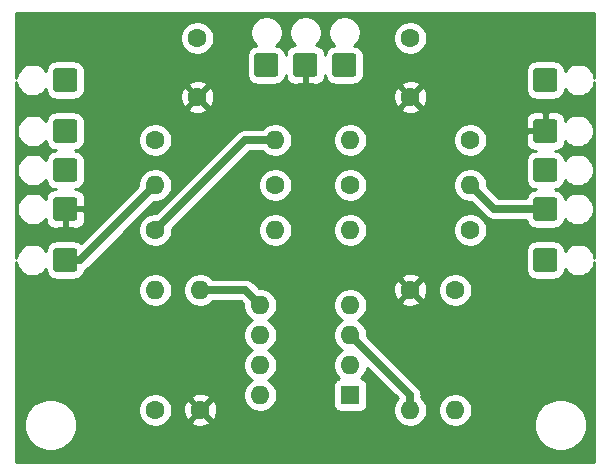
<source format=gbl>
%TF.GenerationSoftware,KiCad,Pcbnew,(5.1.8-0-10_14)*%
%TF.CreationDate,2021-07-14T10:01:13+01:00*%
%TF.ProjectId,cgs-attenuverter-board,6367732d-6174-4746-956e-757665727465,rev?*%
%TF.SameCoordinates,Original*%
%TF.FileFunction,Copper,L2,Bot*%
%TF.FilePolarity,Positive*%
%FSLAX46Y46*%
G04 Gerber Fmt 4.6, Leading zero omitted, Abs format (unit mm)*
G04 Created by KiCad (PCBNEW (5.1.8-0-10_14)) date 2021-07-14 10:01:13*
%MOMM*%
%LPD*%
G01*
G04 APERTURE LIST*
%TA.AperFunction,ComponentPad*%
%ADD10O,1.600000X1.600000*%
%TD*%
%TA.AperFunction,ComponentPad*%
%ADD11R,1.600000X1.600000*%
%TD*%
%TA.AperFunction,ComponentPad*%
%ADD12C,1.600000*%
%TD*%
%TA.AperFunction,Conductor*%
%ADD13C,0.635000*%
%TD*%
%TA.AperFunction,Conductor*%
%ADD14C,0.254000*%
%TD*%
%TA.AperFunction,Conductor*%
%ADD15C,0.100000*%
%TD*%
G04 APERTURE END LIST*
D10*
%TO.P,U1,8*%
%TO.N,+12V*%
X148590000Y-120650000D03*
%TO.P,U1,4*%
%TO.N,-12V*%
X156210000Y-113030000D03*
%TO.P,U1,7*%
%TO.N,Net-(R10-Pad2)*%
X148590000Y-118110000D03*
%TO.P,U1,3*%
%TO.N,Net-(R1-Pad1)*%
X156210000Y-115570000D03*
%TO.P,U1,6*%
%TO.N,Net-(R6-Pad1)*%
X148590000Y-115570000D03*
%TO.P,U1,2*%
%TO.N,Net-(R5-Pad1)*%
X156210000Y-118110000D03*
%TO.P,U1,5*%
%TO.N,Net-(R2-Pad1)*%
X148590000Y-113030000D03*
D11*
%TO.P,U1,1*%
%TO.N,Net-(R7-Pad1)*%
X156210000Y-120650000D03*
%TD*%
%TO.P,RV2,3*%
%TO.N,GND*%
%TA.AperFunction,ComponentPad*%
G36*
G01*
X131318000Y-103886000D02*
X132842000Y-103886000D01*
G75*
G02*
X133096000Y-104140000I0J-254000D01*
G01*
X133096000Y-105664000D01*
G75*
G02*
X132842000Y-105918000I-254000J0D01*
G01*
X131318000Y-105918000D01*
G75*
G02*
X131064000Y-105664000I0J254000D01*
G01*
X131064000Y-104140000D01*
G75*
G02*
X131318000Y-103886000I254000J0D01*
G01*
G37*
%TD.AperFunction*%
%TO.P,RV2,1*%
%TO.N,Net-(J2-Pad1)*%
%TA.AperFunction,ComponentPad*%
G36*
G01*
X131318000Y-97282000D02*
X132842000Y-97282000D01*
G75*
G02*
X133096000Y-97536000I0J-254000D01*
G01*
X133096000Y-99060000D01*
G75*
G02*
X132842000Y-99314000I-254000J0D01*
G01*
X131318000Y-99314000D01*
G75*
G02*
X131064000Y-99060000I0J254000D01*
G01*
X131064000Y-97536000D01*
G75*
G02*
X131318000Y-97282000I254000J0D01*
G01*
G37*
%TD.AperFunction*%
%TO.P,RV2,2*%
%TO.N,Net-(R2-Pad1)*%
%TA.AperFunction,ComponentPad*%
G36*
G01*
X131318000Y-100584000D02*
X132842000Y-100584000D01*
G75*
G02*
X133096000Y-100838000I0J-254000D01*
G01*
X133096000Y-102362000D01*
G75*
G02*
X132842000Y-102616000I-254000J0D01*
G01*
X131318000Y-102616000D01*
G75*
G02*
X131064000Y-102362000I0J254000D01*
G01*
X131064000Y-100838000D01*
G75*
G02*
X131318000Y-100584000I254000J0D01*
G01*
G37*
%TD.AperFunction*%
%TD*%
%TO.P,RV1,3*%
%TO.N,GND*%
%TA.AperFunction,ComponentPad*%
G36*
G01*
X173482000Y-99314000D02*
X171958000Y-99314000D01*
G75*
G02*
X171704000Y-99060000I0J254000D01*
G01*
X171704000Y-97536000D01*
G75*
G02*
X171958000Y-97282000I254000J0D01*
G01*
X173482000Y-97282000D01*
G75*
G02*
X173736000Y-97536000I0J-254000D01*
G01*
X173736000Y-99060000D01*
G75*
G02*
X173482000Y-99314000I-254000J0D01*
G01*
G37*
%TD.AperFunction*%
%TO.P,RV1,1*%
%TO.N,Net-(J1-Pad1)*%
%TA.AperFunction,ComponentPad*%
G36*
G01*
X173482000Y-105918000D02*
X171958000Y-105918000D01*
G75*
G02*
X171704000Y-105664000I0J254000D01*
G01*
X171704000Y-104140000D01*
G75*
G02*
X171958000Y-103886000I254000J0D01*
G01*
X173482000Y-103886000D01*
G75*
G02*
X173736000Y-104140000I0J-254000D01*
G01*
X173736000Y-105664000D01*
G75*
G02*
X173482000Y-105918000I-254000J0D01*
G01*
G37*
%TD.AperFunction*%
%TO.P,RV1,2*%
%TO.N,Net-(R1-Pad1)*%
%TA.AperFunction,ComponentPad*%
G36*
G01*
X173482000Y-102616000D02*
X171958000Y-102616000D01*
G75*
G02*
X171704000Y-102362000I0J254000D01*
G01*
X171704000Y-100838000D01*
G75*
G02*
X171958000Y-100584000I254000J0D01*
G01*
X173482000Y-100584000D01*
G75*
G02*
X173736000Y-100838000I0J-254000D01*
G01*
X173736000Y-102362000D01*
G75*
G02*
X173482000Y-102616000I-254000J0D01*
G01*
G37*
%TD.AperFunction*%
%TD*%
D10*
%TO.P,R10,2*%
%TO.N,Net-(R10-Pad2)*%
X149860000Y-99060000D03*
D12*
%TO.P,R10,1*%
%TO.N,Net-(J4-Pad1)*%
X139700000Y-99060000D03*
%TD*%
D10*
%TO.P,R9,2*%
%TO.N,Net-(R7-Pad1)*%
X156210000Y-99060000D03*
D12*
%TO.P,R9,1*%
%TO.N,Net-(J3-Pad1)*%
X166370000Y-99060000D03*
%TD*%
D10*
%TO.P,R8,2*%
%TO.N,Net-(R6-Pad1)*%
X149860000Y-106680000D03*
D12*
%TO.P,R8,1*%
%TO.N,Net-(R10-Pad2)*%
X139700000Y-106680000D03*
%TD*%
D10*
%TO.P,R7,2*%
%TO.N,Net-(R5-Pad1)*%
X156210000Y-106680000D03*
D12*
%TO.P,R7,1*%
%TO.N,Net-(R7-Pad1)*%
X166370000Y-106680000D03*
%TD*%
D10*
%TO.P,R6,2*%
%TO.N,Net-(J2-Pad1)*%
X139700000Y-102870000D03*
D12*
%TO.P,R6,1*%
%TO.N,Net-(R6-Pad1)*%
X149860000Y-102870000D03*
%TD*%
D10*
%TO.P,R5,2*%
%TO.N,Net-(J1-Pad1)*%
X166370000Y-102870000D03*
D12*
%TO.P,R5,1*%
%TO.N,Net-(R5-Pad1)*%
X156210000Y-102870000D03*
%TD*%
D10*
%TO.P,R4,2*%
%TO.N,Net-(R2-Pad1)*%
X143510000Y-111760000D03*
D12*
%TO.P,R4,1*%
%TO.N,GND*%
X143510000Y-121920000D03*
%TD*%
D10*
%TO.P,R3,2*%
%TO.N,Net-(R1-Pad1)*%
X161290000Y-121920000D03*
D12*
%TO.P,R3,1*%
%TO.N,GND*%
X161290000Y-111760000D03*
%TD*%
D10*
%TO.P,R2,2*%
%TO.N,Net-(J2-Pad1)*%
X139700000Y-111760000D03*
D12*
%TO.P,R2,1*%
%TO.N,Net-(R2-Pad1)*%
X139700000Y-121920000D03*
%TD*%
D10*
%TO.P,R1,2*%
%TO.N,Net-(J1-Pad1)*%
X165100000Y-121920000D03*
D12*
%TO.P,R1,1*%
%TO.N,Net-(R1-Pad1)*%
X165100000Y-111760000D03*
%TD*%
%TO.P,J5,3*%
%TO.N,+12V*%
%TA.AperFunction,ComponentPad*%
G36*
G01*
X150114000Y-91948000D02*
X150114000Y-93472000D01*
G75*
G02*
X149860000Y-93726000I-254000J0D01*
G01*
X148336000Y-93726000D01*
G75*
G02*
X148082000Y-93472000I0J254000D01*
G01*
X148082000Y-91948000D01*
G75*
G02*
X148336000Y-91694000I254000J0D01*
G01*
X149860000Y-91694000D01*
G75*
G02*
X150114000Y-91948000I0J-254000D01*
G01*
G37*
%TD.AperFunction*%
%TO.P,J5,1*%
%TO.N,-12V*%
%TA.AperFunction,ComponentPad*%
G36*
G01*
X156718000Y-91948000D02*
X156718000Y-93472000D01*
G75*
G02*
X156464000Y-93726000I-254000J0D01*
G01*
X154940000Y-93726000D01*
G75*
G02*
X154686000Y-93472000I0J254000D01*
G01*
X154686000Y-91948000D01*
G75*
G02*
X154940000Y-91694000I254000J0D01*
G01*
X156464000Y-91694000D01*
G75*
G02*
X156718000Y-91948000I0J-254000D01*
G01*
G37*
%TD.AperFunction*%
%TO.P,J5,2*%
%TO.N,GND*%
%TA.AperFunction,ComponentPad*%
G36*
G01*
X153416000Y-91948000D02*
X153416000Y-93472000D01*
G75*
G02*
X153162000Y-93726000I-254000J0D01*
G01*
X151638000Y-93726000D01*
G75*
G02*
X151384000Y-93472000I0J254000D01*
G01*
X151384000Y-91948000D01*
G75*
G02*
X151638000Y-91694000I254000J0D01*
G01*
X153162000Y-91694000D01*
G75*
G02*
X153416000Y-91948000I0J-254000D01*
G01*
G37*
%TD.AperFunction*%
%TD*%
%TO.P,J4,1*%
%TO.N,Net-(J4-Pad1)*%
%TA.AperFunction,ComponentPad*%
G36*
G01*
X131318000Y-92964000D02*
X132842000Y-92964000D01*
G75*
G02*
X133096000Y-93218000I0J-254000D01*
G01*
X133096000Y-94742000D01*
G75*
G02*
X132842000Y-94996000I-254000J0D01*
G01*
X131318000Y-94996000D01*
G75*
G02*
X131064000Y-94742000I0J254000D01*
G01*
X131064000Y-93218000D01*
G75*
G02*
X131318000Y-92964000I254000J0D01*
G01*
G37*
%TD.AperFunction*%
%TD*%
%TO.P,J3,1*%
%TO.N,Net-(J3-Pad1)*%
%TA.AperFunction,ComponentPad*%
G36*
G01*
X173482000Y-94996000D02*
X171958000Y-94996000D01*
G75*
G02*
X171704000Y-94742000I0J254000D01*
G01*
X171704000Y-93218000D01*
G75*
G02*
X171958000Y-92964000I254000J0D01*
G01*
X173482000Y-92964000D01*
G75*
G02*
X173736000Y-93218000I0J-254000D01*
G01*
X173736000Y-94742000D01*
G75*
G02*
X173482000Y-94996000I-254000J0D01*
G01*
G37*
%TD.AperFunction*%
%TD*%
%TO.P,J2,1*%
%TO.N,Net-(J2-Pad1)*%
%TA.AperFunction,ComponentPad*%
G36*
G01*
X131318000Y-108204000D02*
X132842000Y-108204000D01*
G75*
G02*
X133096000Y-108458000I0J-254000D01*
G01*
X133096000Y-109982000D01*
G75*
G02*
X132842000Y-110236000I-254000J0D01*
G01*
X131318000Y-110236000D01*
G75*
G02*
X131064000Y-109982000I0J254000D01*
G01*
X131064000Y-108458000D01*
G75*
G02*
X131318000Y-108204000I254000J0D01*
G01*
G37*
%TD.AperFunction*%
%TD*%
%TO.P,J1,1*%
%TO.N,Net-(J1-Pad1)*%
%TA.AperFunction,ComponentPad*%
G36*
G01*
X173482000Y-110236000D02*
X171958000Y-110236000D01*
G75*
G02*
X171704000Y-109982000I0J254000D01*
G01*
X171704000Y-108458000D01*
G75*
G02*
X171958000Y-108204000I254000J0D01*
G01*
X173482000Y-108204000D01*
G75*
G02*
X173736000Y-108458000I0J-254000D01*
G01*
X173736000Y-109982000D01*
G75*
G02*
X173482000Y-110236000I-254000J0D01*
G01*
G37*
%TD.AperFunction*%
%TD*%
%TO.P,C2,2*%
%TO.N,-12V*%
X161290000Y-90424000D03*
%TO.P,C2,1*%
%TO.N,GND*%
X161290000Y-95424000D03*
%TD*%
%TO.P,C1,1*%
%TO.N,+12V*%
X143256000Y-90424000D03*
%TO.P,C1,2*%
%TO.N,GND*%
X143256000Y-95424000D03*
%TD*%
D13*
%TO.N,Net-(J1-Pad1)*%
X168402000Y-104902000D02*
X166370000Y-102870000D01*
X172720000Y-104902000D02*
X168402000Y-104902000D01*
%TO.N,Net-(J2-Pad1)*%
X133350000Y-109220000D02*
X139700000Y-102870000D01*
X132080000Y-109220000D02*
X133350000Y-109220000D01*
%TO.N,Net-(R1-Pad1)*%
X161290000Y-120650000D02*
X161290000Y-121920000D01*
X156210000Y-115570000D02*
X161290000Y-120650000D01*
%TO.N,Net-(R2-Pad1)*%
X147320000Y-111760000D02*
X148590000Y-113030000D01*
X143510000Y-111760000D02*
X147320000Y-111760000D01*
%TO.N,Net-(R10-Pad2)*%
X147320000Y-99060000D02*
X139700000Y-106680000D01*
X149860000Y-99060000D02*
X147320000Y-99060000D01*
%TD*%
D14*
%TO.N,GND*%
X176803197Y-88295047D02*
X176821662Y-88300622D01*
X176838694Y-88309678D01*
X176853643Y-88321870D01*
X176865938Y-88336732D01*
X176875111Y-88353696D01*
X176880817Y-88372129D01*
X176886001Y-88421455D01*
X176886001Y-93778238D01*
X176845775Y-93576011D01*
X176741371Y-93323957D01*
X176589799Y-93097114D01*
X176396886Y-92904201D01*
X176170043Y-92752629D01*
X175917989Y-92648225D01*
X175650411Y-92595000D01*
X175377589Y-92595000D01*
X175110011Y-92648225D01*
X174857957Y-92752629D01*
X174631114Y-92904201D01*
X174438201Y-93097114D01*
X174371934Y-93196290D01*
X174356931Y-93043965D01*
X174306167Y-92876619D01*
X174223731Y-92722391D01*
X174112790Y-92587210D01*
X173977609Y-92476269D01*
X173823381Y-92393833D01*
X173656035Y-92343069D01*
X173482000Y-92325928D01*
X171958000Y-92325928D01*
X171783965Y-92343069D01*
X171616619Y-92393833D01*
X171462391Y-92476269D01*
X171327210Y-92587210D01*
X171216269Y-92722391D01*
X171133833Y-92876619D01*
X171083069Y-93043965D01*
X171065928Y-93218000D01*
X171065928Y-94742000D01*
X171083069Y-94916035D01*
X171133833Y-95083381D01*
X171216269Y-95237609D01*
X171327210Y-95372790D01*
X171462391Y-95483731D01*
X171616619Y-95566167D01*
X171783965Y-95616931D01*
X171958000Y-95634072D01*
X173482000Y-95634072D01*
X173656035Y-95616931D01*
X173823381Y-95566167D01*
X173977609Y-95483731D01*
X174112790Y-95372790D01*
X174223731Y-95237609D01*
X174306167Y-95083381D01*
X174356931Y-94916035D01*
X174371934Y-94763710D01*
X174438201Y-94862886D01*
X174631114Y-95055799D01*
X174857957Y-95207371D01*
X175110011Y-95311775D01*
X175377589Y-95365000D01*
X175650411Y-95365000D01*
X175917989Y-95311775D01*
X176170043Y-95207371D01*
X176396886Y-95055799D01*
X176589799Y-94862886D01*
X176741371Y-94636043D01*
X176845775Y-94383989D01*
X176886001Y-94181762D01*
X176886000Y-109018234D01*
X176845775Y-108816011D01*
X176741371Y-108563957D01*
X176589799Y-108337114D01*
X176396886Y-108144201D01*
X176170043Y-107992629D01*
X175917989Y-107888225D01*
X175650411Y-107835000D01*
X175377589Y-107835000D01*
X175110011Y-107888225D01*
X174857957Y-107992629D01*
X174631114Y-108144201D01*
X174438201Y-108337114D01*
X174371934Y-108436290D01*
X174356931Y-108283965D01*
X174306167Y-108116619D01*
X174223731Y-107962391D01*
X174112790Y-107827210D01*
X173977609Y-107716269D01*
X173823381Y-107633833D01*
X173656035Y-107583069D01*
X173482000Y-107565928D01*
X171958000Y-107565928D01*
X171783965Y-107583069D01*
X171616619Y-107633833D01*
X171462391Y-107716269D01*
X171327210Y-107827210D01*
X171216269Y-107962391D01*
X171133833Y-108116619D01*
X171083069Y-108283965D01*
X171065928Y-108458000D01*
X171065928Y-109982000D01*
X171083069Y-110156035D01*
X171133833Y-110323381D01*
X171216269Y-110477609D01*
X171327210Y-110612790D01*
X171462391Y-110723731D01*
X171616619Y-110806167D01*
X171783965Y-110856931D01*
X171958000Y-110874072D01*
X173482000Y-110874072D01*
X173656035Y-110856931D01*
X173823381Y-110806167D01*
X173977609Y-110723731D01*
X174112790Y-110612790D01*
X174223731Y-110477609D01*
X174306167Y-110323381D01*
X174356931Y-110156035D01*
X174371934Y-110003710D01*
X174438201Y-110102886D01*
X174631114Y-110295799D01*
X174857957Y-110447371D01*
X175110011Y-110551775D01*
X175377589Y-110605000D01*
X175650411Y-110605000D01*
X175917989Y-110551775D01*
X176170043Y-110447371D01*
X176396886Y-110295799D01*
X176589799Y-110102886D01*
X176741371Y-109876043D01*
X176845775Y-109623989D01*
X176886000Y-109421766D01*
X176886000Y-126205723D01*
X176880953Y-126257195D01*
X176875377Y-126275663D01*
X176866322Y-126292693D01*
X176854129Y-126307643D01*
X176839266Y-126319939D01*
X176822303Y-126329111D01*
X176803871Y-126334817D01*
X176754554Y-126340000D01*
X128048277Y-126340000D01*
X127996805Y-126334953D01*
X127978337Y-126329377D01*
X127961307Y-126320322D01*
X127946357Y-126308129D01*
X127934061Y-126293266D01*
X127924889Y-126276303D01*
X127919183Y-126257871D01*
X127914000Y-126208554D01*
X127914000Y-122969872D01*
X128575000Y-122969872D01*
X128575000Y-123410128D01*
X128660890Y-123841925D01*
X128829369Y-124248669D01*
X129073962Y-124614729D01*
X129385271Y-124926038D01*
X129751331Y-125170631D01*
X130158075Y-125339110D01*
X130589872Y-125425000D01*
X131030128Y-125425000D01*
X131461925Y-125339110D01*
X131868669Y-125170631D01*
X132234729Y-124926038D01*
X132546038Y-124614729D01*
X132790631Y-124248669D01*
X132959110Y-123841925D01*
X133045000Y-123410128D01*
X133045000Y-122969872D01*
X132959110Y-122538075D01*
X132790631Y-122131331D01*
X132554988Y-121778665D01*
X138265000Y-121778665D01*
X138265000Y-122061335D01*
X138320147Y-122338574D01*
X138428320Y-122599727D01*
X138585363Y-122834759D01*
X138785241Y-123034637D01*
X139020273Y-123191680D01*
X139281426Y-123299853D01*
X139558665Y-123355000D01*
X139841335Y-123355000D01*
X140118574Y-123299853D01*
X140379727Y-123191680D01*
X140614759Y-123034637D01*
X140736694Y-122912702D01*
X142696903Y-122912702D01*
X142768486Y-123156671D01*
X143023996Y-123277571D01*
X143298184Y-123346300D01*
X143580512Y-123360217D01*
X143860130Y-123318787D01*
X144126292Y-123223603D01*
X144251514Y-123156671D01*
X144323097Y-122912702D01*
X143510000Y-122099605D01*
X142696903Y-122912702D01*
X140736694Y-122912702D01*
X140814637Y-122834759D01*
X140971680Y-122599727D01*
X141079853Y-122338574D01*
X141135000Y-122061335D01*
X141135000Y-121990512D01*
X142069783Y-121990512D01*
X142111213Y-122270130D01*
X142206397Y-122536292D01*
X142273329Y-122661514D01*
X142517298Y-122733097D01*
X143330395Y-121920000D01*
X143689605Y-121920000D01*
X144502702Y-122733097D01*
X144746671Y-122661514D01*
X144867571Y-122406004D01*
X144936300Y-122131816D01*
X144950217Y-121849488D01*
X144908787Y-121569870D01*
X144813603Y-121303708D01*
X144746671Y-121178486D01*
X144502702Y-121106903D01*
X143689605Y-121920000D01*
X143330395Y-121920000D01*
X142517298Y-121106903D01*
X142273329Y-121178486D01*
X142152429Y-121433996D01*
X142083700Y-121708184D01*
X142069783Y-121990512D01*
X141135000Y-121990512D01*
X141135000Y-121778665D01*
X141079853Y-121501426D01*
X140971680Y-121240273D01*
X140814637Y-121005241D01*
X140736694Y-120927298D01*
X142696903Y-120927298D01*
X143510000Y-121740395D01*
X144323097Y-120927298D01*
X144251514Y-120683329D01*
X143996004Y-120562429D01*
X143721816Y-120493700D01*
X143439488Y-120479783D01*
X143159870Y-120521213D01*
X142893708Y-120616397D01*
X142768486Y-120683329D01*
X142696903Y-120927298D01*
X140736694Y-120927298D01*
X140614759Y-120805363D01*
X140379727Y-120648320D01*
X140118574Y-120540147D01*
X139841335Y-120485000D01*
X139558665Y-120485000D01*
X139281426Y-120540147D01*
X139020273Y-120648320D01*
X138785241Y-120805363D01*
X138585363Y-121005241D01*
X138428320Y-121240273D01*
X138320147Y-121501426D01*
X138265000Y-121778665D01*
X132554988Y-121778665D01*
X132546038Y-121765271D01*
X132234729Y-121453962D01*
X131868669Y-121209369D01*
X131461925Y-121040890D01*
X131030128Y-120955000D01*
X130589872Y-120955000D01*
X130158075Y-121040890D01*
X129751331Y-121209369D01*
X129385271Y-121453962D01*
X129073962Y-121765271D01*
X128829369Y-122131331D01*
X128660890Y-122538075D01*
X128575000Y-122969872D01*
X127914000Y-122969872D01*
X127914000Y-111618665D01*
X138265000Y-111618665D01*
X138265000Y-111901335D01*
X138320147Y-112178574D01*
X138428320Y-112439727D01*
X138585363Y-112674759D01*
X138785241Y-112874637D01*
X139020273Y-113031680D01*
X139281426Y-113139853D01*
X139558665Y-113195000D01*
X139841335Y-113195000D01*
X140118574Y-113139853D01*
X140379727Y-113031680D01*
X140614759Y-112874637D01*
X140814637Y-112674759D01*
X140971680Y-112439727D01*
X141079853Y-112178574D01*
X141135000Y-111901335D01*
X141135000Y-111618665D01*
X142075000Y-111618665D01*
X142075000Y-111901335D01*
X142130147Y-112178574D01*
X142238320Y-112439727D01*
X142395363Y-112674759D01*
X142595241Y-112874637D01*
X142830273Y-113031680D01*
X143091426Y-113139853D01*
X143368665Y-113195000D01*
X143651335Y-113195000D01*
X143928574Y-113139853D01*
X144189727Y-113031680D01*
X144424759Y-112874637D01*
X144586896Y-112712500D01*
X146925462Y-112712500D01*
X147155000Y-112942038D01*
X147155000Y-113171335D01*
X147210147Y-113448574D01*
X147318320Y-113709727D01*
X147475363Y-113944759D01*
X147675241Y-114144637D01*
X147907759Y-114300000D01*
X147675241Y-114455363D01*
X147475363Y-114655241D01*
X147318320Y-114890273D01*
X147210147Y-115151426D01*
X147155000Y-115428665D01*
X147155000Y-115711335D01*
X147210147Y-115988574D01*
X147318320Y-116249727D01*
X147475363Y-116484759D01*
X147675241Y-116684637D01*
X147907759Y-116840000D01*
X147675241Y-116995363D01*
X147475363Y-117195241D01*
X147318320Y-117430273D01*
X147210147Y-117691426D01*
X147155000Y-117968665D01*
X147155000Y-118251335D01*
X147210147Y-118528574D01*
X147318320Y-118789727D01*
X147475363Y-119024759D01*
X147675241Y-119224637D01*
X147907759Y-119380000D01*
X147675241Y-119535363D01*
X147475363Y-119735241D01*
X147318320Y-119970273D01*
X147210147Y-120231426D01*
X147155000Y-120508665D01*
X147155000Y-120791335D01*
X147210147Y-121068574D01*
X147318320Y-121329727D01*
X147475363Y-121564759D01*
X147675241Y-121764637D01*
X147910273Y-121921680D01*
X148171426Y-122029853D01*
X148448665Y-122085000D01*
X148731335Y-122085000D01*
X149008574Y-122029853D01*
X149269727Y-121921680D01*
X149504759Y-121764637D01*
X149704637Y-121564759D01*
X149861680Y-121329727D01*
X149969853Y-121068574D01*
X150025000Y-120791335D01*
X150025000Y-120508665D01*
X149969853Y-120231426D01*
X149861680Y-119970273D01*
X149781317Y-119850000D01*
X154771928Y-119850000D01*
X154771928Y-121450000D01*
X154784188Y-121574482D01*
X154820498Y-121694180D01*
X154879463Y-121804494D01*
X154958815Y-121901185D01*
X155055506Y-121980537D01*
X155165820Y-122039502D01*
X155285518Y-122075812D01*
X155410000Y-122088072D01*
X157010000Y-122088072D01*
X157134482Y-122075812D01*
X157254180Y-122039502D01*
X157364494Y-121980537D01*
X157461185Y-121901185D01*
X157540537Y-121804494D01*
X157599502Y-121694180D01*
X157635812Y-121574482D01*
X157648072Y-121450000D01*
X157648072Y-119850000D01*
X157635812Y-119725518D01*
X157599502Y-119605820D01*
X157540537Y-119495506D01*
X157461185Y-119398815D01*
X157364494Y-119319463D01*
X157254180Y-119260498D01*
X157134482Y-119224188D01*
X157126039Y-119223357D01*
X157324637Y-119024759D01*
X157481680Y-118789727D01*
X157589853Y-118528574D01*
X157628292Y-118335330D01*
X160236783Y-120943821D01*
X160175363Y-121005241D01*
X160018320Y-121240273D01*
X159910147Y-121501426D01*
X159855000Y-121778665D01*
X159855000Y-122061335D01*
X159910147Y-122338574D01*
X160018320Y-122599727D01*
X160175363Y-122834759D01*
X160375241Y-123034637D01*
X160610273Y-123191680D01*
X160871426Y-123299853D01*
X161148665Y-123355000D01*
X161431335Y-123355000D01*
X161708574Y-123299853D01*
X161969727Y-123191680D01*
X162204759Y-123034637D01*
X162404637Y-122834759D01*
X162561680Y-122599727D01*
X162669853Y-122338574D01*
X162725000Y-122061335D01*
X162725000Y-121778665D01*
X163665000Y-121778665D01*
X163665000Y-122061335D01*
X163720147Y-122338574D01*
X163828320Y-122599727D01*
X163985363Y-122834759D01*
X164185241Y-123034637D01*
X164420273Y-123191680D01*
X164681426Y-123299853D01*
X164958665Y-123355000D01*
X165241335Y-123355000D01*
X165518574Y-123299853D01*
X165779727Y-123191680D01*
X166014759Y-123034637D01*
X166079524Y-122969872D01*
X171755000Y-122969872D01*
X171755000Y-123410128D01*
X171840890Y-123841925D01*
X172009369Y-124248669D01*
X172253962Y-124614729D01*
X172565271Y-124926038D01*
X172931331Y-125170631D01*
X173338075Y-125339110D01*
X173769872Y-125425000D01*
X174210128Y-125425000D01*
X174641925Y-125339110D01*
X175048669Y-125170631D01*
X175414729Y-124926038D01*
X175726038Y-124614729D01*
X175970631Y-124248669D01*
X176139110Y-123841925D01*
X176225000Y-123410128D01*
X176225000Y-122969872D01*
X176139110Y-122538075D01*
X175970631Y-122131331D01*
X175726038Y-121765271D01*
X175414729Y-121453962D01*
X175048669Y-121209369D01*
X174641925Y-121040890D01*
X174210128Y-120955000D01*
X173769872Y-120955000D01*
X173338075Y-121040890D01*
X172931331Y-121209369D01*
X172565271Y-121453962D01*
X172253962Y-121765271D01*
X172009369Y-122131331D01*
X171840890Y-122538075D01*
X171755000Y-122969872D01*
X166079524Y-122969872D01*
X166214637Y-122834759D01*
X166371680Y-122599727D01*
X166479853Y-122338574D01*
X166535000Y-122061335D01*
X166535000Y-121778665D01*
X166479853Y-121501426D01*
X166371680Y-121240273D01*
X166214637Y-121005241D01*
X166014759Y-120805363D01*
X165779727Y-120648320D01*
X165518574Y-120540147D01*
X165241335Y-120485000D01*
X164958665Y-120485000D01*
X164681426Y-120540147D01*
X164420273Y-120648320D01*
X164185241Y-120805363D01*
X163985363Y-121005241D01*
X163828320Y-121240273D01*
X163720147Y-121501426D01*
X163665000Y-121778665D01*
X162725000Y-121778665D01*
X162669853Y-121501426D01*
X162561680Y-121240273D01*
X162404637Y-121005241D01*
X162242500Y-120843104D01*
X162242500Y-120696785D01*
X162247108Y-120650000D01*
X162228717Y-120463277D01*
X162174252Y-120283732D01*
X162174252Y-120283731D01*
X162085806Y-120118259D01*
X161966778Y-119973222D01*
X161930436Y-119943397D01*
X157645000Y-115657962D01*
X157645000Y-115428665D01*
X157589853Y-115151426D01*
X157481680Y-114890273D01*
X157324637Y-114655241D01*
X157124759Y-114455363D01*
X156892241Y-114300000D01*
X157124759Y-114144637D01*
X157324637Y-113944759D01*
X157481680Y-113709727D01*
X157589853Y-113448574D01*
X157645000Y-113171335D01*
X157645000Y-112888665D01*
X157617955Y-112752702D01*
X160476903Y-112752702D01*
X160548486Y-112996671D01*
X160803996Y-113117571D01*
X161078184Y-113186300D01*
X161360512Y-113200217D01*
X161640130Y-113158787D01*
X161906292Y-113063603D01*
X162031514Y-112996671D01*
X162103097Y-112752702D01*
X161290000Y-111939605D01*
X160476903Y-112752702D01*
X157617955Y-112752702D01*
X157589853Y-112611426D01*
X157481680Y-112350273D01*
X157324637Y-112115241D01*
X157124759Y-111915363D01*
X156997771Y-111830512D01*
X159849783Y-111830512D01*
X159891213Y-112110130D01*
X159986397Y-112376292D01*
X160053329Y-112501514D01*
X160297298Y-112573097D01*
X161110395Y-111760000D01*
X161469605Y-111760000D01*
X162282702Y-112573097D01*
X162526671Y-112501514D01*
X162647571Y-112246004D01*
X162716300Y-111971816D01*
X162730217Y-111689488D01*
X162719724Y-111618665D01*
X163665000Y-111618665D01*
X163665000Y-111901335D01*
X163720147Y-112178574D01*
X163828320Y-112439727D01*
X163985363Y-112674759D01*
X164185241Y-112874637D01*
X164420273Y-113031680D01*
X164681426Y-113139853D01*
X164958665Y-113195000D01*
X165241335Y-113195000D01*
X165518574Y-113139853D01*
X165779727Y-113031680D01*
X166014759Y-112874637D01*
X166214637Y-112674759D01*
X166371680Y-112439727D01*
X166479853Y-112178574D01*
X166535000Y-111901335D01*
X166535000Y-111618665D01*
X166479853Y-111341426D01*
X166371680Y-111080273D01*
X166214637Y-110845241D01*
X166014759Y-110645363D01*
X165779727Y-110488320D01*
X165518574Y-110380147D01*
X165241335Y-110325000D01*
X164958665Y-110325000D01*
X164681426Y-110380147D01*
X164420273Y-110488320D01*
X164185241Y-110645363D01*
X163985363Y-110845241D01*
X163828320Y-111080273D01*
X163720147Y-111341426D01*
X163665000Y-111618665D01*
X162719724Y-111618665D01*
X162688787Y-111409870D01*
X162593603Y-111143708D01*
X162526671Y-111018486D01*
X162282702Y-110946903D01*
X161469605Y-111760000D01*
X161110395Y-111760000D01*
X160297298Y-110946903D01*
X160053329Y-111018486D01*
X159932429Y-111273996D01*
X159863700Y-111548184D01*
X159849783Y-111830512D01*
X156997771Y-111830512D01*
X156889727Y-111758320D01*
X156628574Y-111650147D01*
X156351335Y-111595000D01*
X156068665Y-111595000D01*
X155791426Y-111650147D01*
X155530273Y-111758320D01*
X155295241Y-111915363D01*
X155095363Y-112115241D01*
X154938320Y-112350273D01*
X154830147Y-112611426D01*
X154775000Y-112888665D01*
X154775000Y-113171335D01*
X154830147Y-113448574D01*
X154938320Y-113709727D01*
X155095363Y-113944759D01*
X155295241Y-114144637D01*
X155527759Y-114300000D01*
X155295241Y-114455363D01*
X155095363Y-114655241D01*
X154938320Y-114890273D01*
X154830147Y-115151426D01*
X154775000Y-115428665D01*
X154775000Y-115711335D01*
X154830147Y-115988574D01*
X154938320Y-116249727D01*
X155095363Y-116484759D01*
X155295241Y-116684637D01*
X155527759Y-116840000D01*
X155295241Y-116995363D01*
X155095363Y-117195241D01*
X154938320Y-117430273D01*
X154830147Y-117691426D01*
X154775000Y-117968665D01*
X154775000Y-118251335D01*
X154830147Y-118528574D01*
X154938320Y-118789727D01*
X155095363Y-119024759D01*
X155293961Y-119223357D01*
X155285518Y-119224188D01*
X155165820Y-119260498D01*
X155055506Y-119319463D01*
X154958815Y-119398815D01*
X154879463Y-119495506D01*
X154820498Y-119605820D01*
X154784188Y-119725518D01*
X154771928Y-119850000D01*
X149781317Y-119850000D01*
X149704637Y-119735241D01*
X149504759Y-119535363D01*
X149272241Y-119380000D01*
X149504759Y-119224637D01*
X149704637Y-119024759D01*
X149861680Y-118789727D01*
X149969853Y-118528574D01*
X150025000Y-118251335D01*
X150025000Y-117968665D01*
X149969853Y-117691426D01*
X149861680Y-117430273D01*
X149704637Y-117195241D01*
X149504759Y-116995363D01*
X149272241Y-116840000D01*
X149504759Y-116684637D01*
X149704637Y-116484759D01*
X149861680Y-116249727D01*
X149969853Y-115988574D01*
X150025000Y-115711335D01*
X150025000Y-115428665D01*
X149969853Y-115151426D01*
X149861680Y-114890273D01*
X149704637Y-114655241D01*
X149504759Y-114455363D01*
X149272241Y-114300000D01*
X149504759Y-114144637D01*
X149704637Y-113944759D01*
X149861680Y-113709727D01*
X149969853Y-113448574D01*
X150025000Y-113171335D01*
X150025000Y-112888665D01*
X149969853Y-112611426D01*
X149861680Y-112350273D01*
X149704637Y-112115241D01*
X149504759Y-111915363D01*
X149269727Y-111758320D01*
X149008574Y-111650147D01*
X148731335Y-111595000D01*
X148502038Y-111595000D01*
X148026607Y-111119569D01*
X147996778Y-111083222D01*
X147851741Y-110964194D01*
X147686269Y-110875748D01*
X147506723Y-110821283D01*
X147366785Y-110807500D01*
X147320000Y-110802892D01*
X147273215Y-110807500D01*
X144586896Y-110807500D01*
X144546694Y-110767298D01*
X160476903Y-110767298D01*
X161290000Y-111580395D01*
X162103097Y-110767298D01*
X162031514Y-110523329D01*
X161776004Y-110402429D01*
X161501816Y-110333700D01*
X161219488Y-110319783D01*
X160939870Y-110361213D01*
X160673708Y-110456397D01*
X160548486Y-110523329D01*
X160476903Y-110767298D01*
X144546694Y-110767298D01*
X144424759Y-110645363D01*
X144189727Y-110488320D01*
X143928574Y-110380147D01*
X143651335Y-110325000D01*
X143368665Y-110325000D01*
X143091426Y-110380147D01*
X142830273Y-110488320D01*
X142595241Y-110645363D01*
X142395363Y-110845241D01*
X142238320Y-111080273D01*
X142130147Y-111341426D01*
X142075000Y-111618665D01*
X141135000Y-111618665D01*
X141079853Y-111341426D01*
X140971680Y-111080273D01*
X140814637Y-110845241D01*
X140614759Y-110645363D01*
X140379727Y-110488320D01*
X140118574Y-110380147D01*
X139841335Y-110325000D01*
X139558665Y-110325000D01*
X139281426Y-110380147D01*
X139020273Y-110488320D01*
X138785241Y-110645363D01*
X138585363Y-110845241D01*
X138428320Y-111080273D01*
X138320147Y-111341426D01*
X138265000Y-111618665D01*
X127914000Y-111618665D01*
X127914000Y-109421766D01*
X127954225Y-109623989D01*
X128058629Y-109876043D01*
X128210201Y-110102886D01*
X128403114Y-110295799D01*
X128629957Y-110447371D01*
X128882011Y-110551775D01*
X129149589Y-110605000D01*
X129422411Y-110605000D01*
X129689989Y-110551775D01*
X129942043Y-110447371D01*
X130168886Y-110295799D01*
X130361799Y-110102886D01*
X130428066Y-110003710D01*
X130443069Y-110156035D01*
X130493833Y-110323381D01*
X130576269Y-110477609D01*
X130687210Y-110612790D01*
X130822391Y-110723731D01*
X130976619Y-110806167D01*
X131143965Y-110856931D01*
X131318000Y-110874072D01*
X132842000Y-110874072D01*
X133016035Y-110856931D01*
X133183381Y-110806167D01*
X133337609Y-110723731D01*
X133472790Y-110612790D01*
X133583731Y-110477609D01*
X133666167Y-110323381D01*
X133716931Y-110156035D01*
X133722351Y-110101001D01*
X133881741Y-110015806D01*
X134026778Y-109896778D01*
X134056607Y-109860431D01*
X137378373Y-106538665D01*
X138265000Y-106538665D01*
X138265000Y-106821335D01*
X138320147Y-107098574D01*
X138428320Y-107359727D01*
X138585363Y-107594759D01*
X138785241Y-107794637D01*
X139020273Y-107951680D01*
X139281426Y-108059853D01*
X139558665Y-108115000D01*
X139841335Y-108115000D01*
X140118574Y-108059853D01*
X140379727Y-107951680D01*
X140614759Y-107794637D01*
X140814637Y-107594759D01*
X140971680Y-107359727D01*
X141079853Y-107098574D01*
X141135000Y-106821335D01*
X141135000Y-106592038D01*
X141188373Y-106538665D01*
X148425000Y-106538665D01*
X148425000Y-106821335D01*
X148480147Y-107098574D01*
X148588320Y-107359727D01*
X148745363Y-107594759D01*
X148945241Y-107794637D01*
X149180273Y-107951680D01*
X149441426Y-108059853D01*
X149718665Y-108115000D01*
X150001335Y-108115000D01*
X150278574Y-108059853D01*
X150539727Y-107951680D01*
X150774759Y-107794637D01*
X150974637Y-107594759D01*
X151131680Y-107359727D01*
X151239853Y-107098574D01*
X151295000Y-106821335D01*
X151295000Y-106538665D01*
X154775000Y-106538665D01*
X154775000Y-106821335D01*
X154830147Y-107098574D01*
X154938320Y-107359727D01*
X155095363Y-107594759D01*
X155295241Y-107794637D01*
X155530273Y-107951680D01*
X155791426Y-108059853D01*
X156068665Y-108115000D01*
X156351335Y-108115000D01*
X156628574Y-108059853D01*
X156889727Y-107951680D01*
X157124759Y-107794637D01*
X157324637Y-107594759D01*
X157481680Y-107359727D01*
X157589853Y-107098574D01*
X157645000Y-106821335D01*
X157645000Y-106538665D01*
X164935000Y-106538665D01*
X164935000Y-106821335D01*
X164990147Y-107098574D01*
X165098320Y-107359727D01*
X165255363Y-107594759D01*
X165455241Y-107794637D01*
X165690273Y-107951680D01*
X165951426Y-108059853D01*
X166228665Y-108115000D01*
X166511335Y-108115000D01*
X166788574Y-108059853D01*
X167049727Y-107951680D01*
X167284759Y-107794637D01*
X167484637Y-107594759D01*
X167641680Y-107359727D01*
X167749853Y-107098574D01*
X167805000Y-106821335D01*
X167805000Y-106538665D01*
X167749853Y-106261426D01*
X167641680Y-106000273D01*
X167484637Y-105765241D01*
X167284759Y-105565363D01*
X167049727Y-105408320D01*
X166788574Y-105300147D01*
X166511335Y-105245000D01*
X166228665Y-105245000D01*
X165951426Y-105300147D01*
X165690273Y-105408320D01*
X165455241Y-105565363D01*
X165255363Y-105765241D01*
X165098320Y-106000273D01*
X164990147Y-106261426D01*
X164935000Y-106538665D01*
X157645000Y-106538665D01*
X157589853Y-106261426D01*
X157481680Y-106000273D01*
X157324637Y-105765241D01*
X157124759Y-105565363D01*
X156889727Y-105408320D01*
X156628574Y-105300147D01*
X156351335Y-105245000D01*
X156068665Y-105245000D01*
X155791426Y-105300147D01*
X155530273Y-105408320D01*
X155295241Y-105565363D01*
X155095363Y-105765241D01*
X154938320Y-106000273D01*
X154830147Y-106261426D01*
X154775000Y-106538665D01*
X151295000Y-106538665D01*
X151239853Y-106261426D01*
X151131680Y-106000273D01*
X150974637Y-105765241D01*
X150774759Y-105565363D01*
X150539727Y-105408320D01*
X150278574Y-105300147D01*
X150001335Y-105245000D01*
X149718665Y-105245000D01*
X149441426Y-105300147D01*
X149180273Y-105408320D01*
X148945241Y-105565363D01*
X148745363Y-105765241D01*
X148588320Y-106000273D01*
X148480147Y-106261426D01*
X148425000Y-106538665D01*
X141188373Y-106538665D01*
X144998373Y-102728665D01*
X148425000Y-102728665D01*
X148425000Y-103011335D01*
X148480147Y-103288574D01*
X148588320Y-103549727D01*
X148745363Y-103784759D01*
X148945241Y-103984637D01*
X149180273Y-104141680D01*
X149441426Y-104249853D01*
X149718665Y-104305000D01*
X150001335Y-104305000D01*
X150278574Y-104249853D01*
X150539727Y-104141680D01*
X150774759Y-103984637D01*
X150974637Y-103784759D01*
X151131680Y-103549727D01*
X151239853Y-103288574D01*
X151295000Y-103011335D01*
X151295000Y-102728665D01*
X154775000Y-102728665D01*
X154775000Y-103011335D01*
X154830147Y-103288574D01*
X154938320Y-103549727D01*
X155095363Y-103784759D01*
X155295241Y-103984637D01*
X155530273Y-104141680D01*
X155791426Y-104249853D01*
X156068665Y-104305000D01*
X156351335Y-104305000D01*
X156628574Y-104249853D01*
X156889727Y-104141680D01*
X157124759Y-103984637D01*
X157324637Y-103784759D01*
X157481680Y-103549727D01*
X157589853Y-103288574D01*
X157645000Y-103011335D01*
X157645000Y-102728665D01*
X164935000Y-102728665D01*
X164935000Y-103011335D01*
X164990147Y-103288574D01*
X165098320Y-103549727D01*
X165255363Y-103784759D01*
X165455241Y-103984637D01*
X165690273Y-104141680D01*
X165951426Y-104249853D01*
X166228665Y-104305000D01*
X166457962Y-104305000D01*
X167695397Y-105542436D01*
X167725222Y-105578778D01*
X167870259Y-105697806D01*
X168035731Y-105786252D01*
X168206436Y-105838035D01*
X168215277Y-105840717D01*
X168402000Y-105859108D01*
X168448785Y-105854500D01*
X171088064Y-105854500D01*
X171133833Y-106005381D01*
X171216269Y-106159609D01*
X171327210Y-106294790D01*
X171462391Y-106405731D01*
X171616619Y-106488167D01*
X171783965Y-106538931D01*
X171958000Y-106556072D01*
X173482000Y-106556072D01*
X173656035Y-106538931D01*
X173823381Y-106488167D01*
X173977609Y-106405731D01*
X174112790Y-106294790D01*
X174223731Y-106159609D01*
X174306167Y-106005381D01*
X174356931Y-105838035D01*
X174363712Y-105769188D01*
X174374201Y-105784886D01*
X174567114Y-105977799D01*
X174793957Y-106129371D01*
X175046011Y-106233775D01*
X175313589Y-106287000D01*
X175586411Y-106287000D01*
X175853989Y-106233775D01*
X176106043Y-106129371D01*
X176332886Y-105977799D01*
X176525799Y-105784886D01*
X176677371Y-105558043D01*
X176781775Y-105305989D01*
X176835000Y-105038411D01*
X176835000Y-104765589D01*
X176781775Y-104498011D01*
X176677371Y-104245957D01*
X176525799Y-104019114D01*
X176332886Y-103826201D01*
X176106043Y-103674629D01*
X175853989Y-103570225D01*
X175586411Y-103517000D01*
X175313589Y-103517000D01*
X175046011Y-103570225D01*
X174793957Y-103674629D01*
X174567114Y-103826201D01*
X174374201Y-104019114D01*
X174363712Y-104034812D01*
X174356931Y-103965965D01*
X174306167Y-103798619D01*
X174223731Y-103644391D01*
X174112790Y-103509210D01*
X173977609Y-103398269D01*
X173823381Y-103315833D01*
X173656035Y-103265069D01*
X173513190Y-103251000D01*
X173656035Y-103236931D01*
X173823381Y-103186167D01*
X173977609Y-103103731D01*
X174112790Y-102992790D01*
X174223731Y-102857609D01*
X174306167Y-102703381D01*
X174356931Y-102536035D01*
X174363712Y-102467188D01*
X174374201Y-102482886D01*
X174567114Y-102675799D01*
X174793957Y-102827371D01*
X175046011Y-102931775D01*
X175313589Y-102985000D01*
X175586411Y-102985000D01*
X175853989Y-102931775D01*
X176106043Y-102827371D01*
X176332886Y-102675799D01*
X176525799Y-102482886D01*
X176677371Y-102256043D01*
X176781775Y-102003989D01*
X176835000Y-101736411D01*
X176835000Y-101463589D01*
X176781775Y-101196011D01*
X176677371Y-100943957D01*
X176525799Y-100717114D01*
X176332886Y-100524201D01*
X176106043Y-100372629D01*
X175853989Y-100268225D01*
X175586411Y-100215000D01*
X175313589Y-100215000D01*
X175046011Y-100268225D01*
X174793957Y-100372629D01*
X174567114Y-100524201D01*
X174374201Y-100717114D01*
X174363712Y-100732812D01*
X174356931Y-100663965D01*
X174306167Y-100496619D01*
X174223731Y-100342391D01*
X174112790Y-100207210D01*
X173977609Y-100096269D01*
X173823381Y-100013833D01*
X173656035Y-99963069D01*
X173535831Y-99951230D01*
X173736000Y-99952072D01*
X173860482Y-99939812D01*
X173980180Y-99903502D01*
X174090494Y-99844537D01*
X174187185Y-99765185D01*
X174266537Y-99668494D01*
X174325502Y-99558180D01*
X174361812Y-99438482D01*
X174374072Y-99314000D01*
X174373508Y-99179848D01*
X174374201Y-99180886D01*
X174567114Y-99373799D01*
X174793957Y-99525371D01*
X175046011Y-99629775D01*
X175313589Y-99683000D01*
X175586411Y-99683000D01*
X175853989Y-99629775D01*
X176106043Y-99525371D01*
X176332886Y-99373799D01*
X176525799Y-99180886D01*
X176677371Y-98954043D01*
X176781775Y-98701989D01*
X176835000Y-98434411D01*
X176835000Y-98161589D01*
X176781775Y-97894011D01*
X176677371Y-97641957D01*
X176525799Y-97415114D01*
X176332886Y-97222201D01*
X176106043Y-97070629D01*
X175853989Y-96966225D01*
X175586411Y-96913000D01*
X175313589Y-96913000D01*
X175046011Y-96966225D01*
X174793957Y-97070629D01*
X174567114Y-97222201D01*
X174374201Y-97415114D01*
X174373508Y-97416152D01*
X174374072Y-97282000D01*
X174361812Y-97157518D01*
X174325502Y-97037820D01*
X174266537Y-96927506D01*
X174187185Y-96830815D01*
X174090494Y-96751463D01*
X173980180Y-96692498D01*
X173860482Y-96656188D01*
X173736000Y-96643928D01*
X173005750Y-96647000D01*
X172847000Y-96805750D01*
X172847000Y-98171000D01*
X172867000Y-98171000D01*
X172867000Y-98425000D01*
X172847000Y-98425000D01*
X172847000Y-98445000D01*
X172593000Y-98445000D01*
X172593000Y-98425000D01*
X171227750Y-98425000D01*
X171069000Y-98583750D01*
X171065928Y-99314000D01*
X171078188Y-99438482D01*
X171114498Y-99558180D01*
X171173463Y-99668494D01*
X171252815Y-99765185D01*
X171349506Y-99844537D01*
X171459820Y-99903502D01*
X171579518Y-99939812D01*
X171704000Y-99952072D01*
X171904169Y-99951230D01*
X171783965Y-99963069D01*
X171616619Y-100013833D01*
X171462391Y-100096269D01*
X171327210Y-100207210D01*
X171216269Y-100342391D01*
X171133833Y-100496619D01*
X171083069Y-100663965D01*
X171065928Y-100838000D01*
X171065928Y-102362000D01*
X171083069Y-102536035D01*
X171133833Y-102703381D01*
X171216269Y-102857609D01*
X171327210Y-102992790D01*
X171462391Y-103103731D01*
X171616619Y-103186167D01*
X171783965Y-103236931D01*
X171926810Y-103251000D01*
X171783965Y-103265069D01*
X171616619Y-103315833D01*
X171462391Y-103398269D01*
X171327210Y-103509210D01*
X171216269Y-103644391D01*
X171133833Y-103798619D01*
X171088064Y-103949500D01*
X168796539Y-103949500D01*
X167805000Y-102957962D01*
X167805000Y-102728665D01*
X167749853Y-102451426D01*
X167641680Y-102190273D01*
X167484637Y-101955241D01*
X167284759Y-101755363D01*
X167049727Y-101598320D01*
X166788574Y-101490147D01*
X166511335Y-101435000D01*
X166228665Y-101435000D01*
X165951426Y-101490147D01*
X165690273Y-101598320D01*
X165455241Y-101755363D01*
X165255363Y-101955241D01*
X165098320Y-102190273D01*
X164990147Y-102451426D01*
X164935000Y-102728665D01*
X157645000Y-102728665D01*
X157589853Y-102451426D01*
X157481680Y-102190273D01*
X157324637Y-101955241D01*
X157124759Y-101755363D01*
X156889727Y-101598320D01*
X156628574Y-101490147D01*
X156351335Y-101435000D01*
X156068665Y-101435000D01*
X155791426Y-101490147D01*
X155530273Y-101598320D01*
X155295241Y-101755363D01*
X155095363Y-101955241D01*
X154938320Y-102190273D01*
X154830147Y-102451426D01*
X154775000Y-102728665D01*
X151295000Y-102728665D01*
X151239853Y-102451426D01*
X151131680Y-102190273D01*
X150974637Y-101955241D01*
X150774759Y-101755363D01*
X150539727Y-101598320D01*
X150278574Y-101490147D01*
X150001335Y-101435000D01*
X149718665Y-101435000D01*
X149441426Y-101490147D01*
X149180273Y-101598320D01*
X148945241Y-101755363D01*
X148745363Y-101955241D01*
X148588320Y-102190273D01*
X148480147Y-102451426D01*
X148425000Y-102728665D01*
X144998373Y-102728665D01*
X147714538Y-100012500D01*
X148783104Y-100012500D01*
X148945241Y-100174637D01*
X149180273Y-100331680D01*
X149441426Y-100439853D01*
X149718665Y-100495000D01*
X150001335Y-100495000D01*
X150278574Y-100439853D01*
X150539727Y-100331680D01*
X150774759Y-100174637D01*
X150974637Y-99974759D01*
X151131680Y-99739727D01*
X151239853Y-99478574D01*
X151295000Y-99201335D01*
X151295000Y-98918665D01*
X154775000Y-98918665D01*
X154775000Y-99201335D01*
X154830147Y-99478574D01*
X154938320Y-99739727D01*
X155095363Y-99974759D01*
X155295241Y-100174637D01*
X155530273Y-100331680D01*
X155791426Y-100439853D01*
X156068665Y-100495000D01*
X156351335Y-100495000D01*
X156628574Y-100439853D01*
X156889727Y-100331680D01*
X157124759Y-100174637D01*
X157324637Y-99974759D01*
X157481680Y-99739727D01*
X157589853Y-99478574D01*
X157645000Y-99201335D01*
X157645000Y-98918665D01*
X164935000Y-98918665D01*
X164935000Y-99201335D01*
X164990147Y-99478574D01*
X165098320Y-99739727D01*
X165255363Y-99974759D01*
X165455241Y-100174637D01*
X165690273Y-100331680D01*
X165951426Y-100439853D01*
X166228665Y-100495000D01*
X166511335Y-100495000D01*
X166788574Y-100439853D01*
X167049727Y-100331680D01*
X167284759Y-100174637D01*
X167484637Y-99974759D01*
X167641680Y-99739727D01*
X167749853Y-99478574D01*
X167805000Y-99201335D01*
X167805000Y-98918665D01*
X167749853Y-98641426D01*
X167641680Y-98380273D01*
X167484637Y-98145241D01*
X167284759Y-97945363D01*
X167049727Y-97788320D01*
X166788574Y-97680147D01*
X166511335Y-97625000D01*
X166228665Y-97625000D01*
X165951426Y-97680147D01*
X165690273Y-97788320D01*
X165455241Y-97945363D01*
X165255363Y-98145241D01*
X165098320Y-98380273D01*
X164990147Y-98641426D01*
X164935000Y-98918665D01*
X157645000Y-98918665D01*
X157589853Y-98641426D01*
X157481680Y-98380273D01*
X157324637Y-98145241D01*
X157124759Y-97945363D01*
X156889727Y-97788320D01*
X156628574Y-97680147D01*
X156351335Y-97625000D01*
X156068665Y-97625000D01*
X155791426Y-97680147D01*
X155530273Y-97788320D01*
X155295241Y-97945363D01*
X155095363Y-98145241D01*
X154938320Y-98380273D01*
X154830147Y-98641426D01*
X154775000Y-98918665D01*
X151295000Y-98918665D01*
X151239853Y-98641426D01*
X151131680Y-98380273D01*
X150974637Y-98145241D01*
X150774759Y-97945363D01*
X150539727Y-97788320D01*
X150278574Y-97680147D01*
X150001335Y-97625000D01*
X149718665Y-97625000D01*
X149441426Y-97680147D01*
X149180273Y-97788320D01*
X148945241Y-97945363D01*
X148783104Y-98107500D01*
X147366784Y-98107500D01*
X147319999Y-98102892D01*
X147133277Y-98121283D01*
X146953731Y-98175748D01*
X146788259Y-98264194D01*
X146643222Y-98383222D01*
X146613393Y-98419569D01*
X139787962Y-105245000D01*
X139558665Y-105245000D01*
X139281426Y-105300147D01*
X139020273Y-105408320D01*
X138785241Y-105565363D01*
X138585363Y-105765241D01*
X138428320Y-106000273D01*
X138320147Y-106261426D01*
X138265000Y-106538665D01*
X137378373Y-106538665D01*
X139612039Y-104305000D01*
X139841335Y-104305000D01*
X140118574Y-104249853D01*
X140379727Y-104141680D01*
X140614759Y-103984637D01*
X140814637Y-103784759D01*
X140971680Y-103549727D01*
X141079853Y-103288574D01*
X141135000Y-103011335D01*
X141135000Y-102728665D01*
X141079853Y-102451426D01*
X140971680Y-102190273D01*
X140814637Y-101955241D01*
X140614759Y-101755363D01*
X140379727Y-101598320D01*
X140118574Y-101490147D01*
X139841335Y-101435000D01*
X139558665Y-101435000D01*
X139281426Y-101490147D01*
X139020273Y-101598320D01*
X138785241Y-101755363D01*
X138585363Y-101955241D01*
X138428320Y-102190273D01*
X138320147Y-102451426D01*
X138265000Y-102728665D01*
X138265000Y-102957961D01*
X133430477Y-107792485D01*
X133337609Y-107716269D01*
X133183381Y-107633833D01*
X133016035Y-107583069D01*
X132842000Y-107565928D01*
X131318000Y-107565928D01*
X131143965Y-107583069D01*
X130976619Y-107633833D01*
X130822391Y-107716269D01*
X130687210Y-107827210D01*
X130576269Y-107962391D01*
X130493833Y-108116619D01*
X130443069Y-108283965D01*
X130428066Y-108436290D01*
X130361799Y-108337114D01*
X130168886Y-108144201D01*
X129942043Y-107992629D01*
X129689989Y-107888225D01*
X129422411Y-107835000D01*
X129149589Y-107835000D01*
X128882011Y-107888225D01*
X128629957Y-107992629D01*
X128403114Y-108144201D01*
X128210201Y-108337114D01*
X128058629Y-108563957D01*
X127954225Y-108816011D01*
X127914000Y-109018234D01*
X127914000Y-98161589D01*
X127965000Y-98161589D01*
X127965000Y-98434411D01*
X128018225Y-98701989D01*
X128122629Y-98954043D01*
X128274201Y-99180886D01*
X128467114Y-99373799D01*
X128693957Y-99525371D01*
X128946011Y-99629775D01*
X129213589Y-99683000D01*
X129486411Y-99683000D01*
X129753989Y-99629775D01*
X130006043Y-99525371D01*
X130232886Y-99373799D01*
X130425799Y-99180886D01*
X130436288Y-99165188D01*
X130443069Y-99234035D01*
X130493833Y-99401381D01*
X130576269Y-99555609D01*
X130687210Y-99690790D01*
X130822391Y-99801731D01*
X130976619Y-99884167D01*
X131143965Y-99934931D01*
X131286810Y-99949000D01*
X131143965Y-99963069D01*
X130976619Y-100013833D01*
X130822391Y-100096269D01*
X130687210Y-100207210D01*
X130576269Y-100342391D01*
X130493833Y-100496619D01*
X130443069Y-100663965D01*
X130436288Y-100732812D01*
X130425799Y-100717114D01*
X130232886Y-100524201D01*
X130006043Y-100372629D01*
X129753989Y-100268225D01*
X129486411Y-100215000D01*
X129213589Y-100215000D01*
X128946011Y-100268225D01*
X128693957Y-100372629D01*
X128467114Y-100524201D01*
X128274201Y-100717114D01*
X128122629Y-100943957D01*
X128018225Y-101196011D01*
X127965000Y-101463589D01*
X127965000Y-101736411D01*
X128018225Y-102003989D01*
X128122629Y-102256043D01*
X128274201Y-102482886D01*
X128467114Y-102675799D01*
X128693957Y-102827371D01*
X128946011Y-102931775D01*
X129213589Y-102985000D01*
X129486411Y-102985000D01*
X129753989Y-102931775D01*
X130006043Y-102827371D01*
X130232886Y-102675799D01*
X130425799Y-102482886D01*
X130436288Y-102467188D01*
X130443069Y-102536035D01*
X130493833Y-102703381D01*
X130576269Y-102857609D01*
X130687210Y-102992790D01*
X130822391Y-103103731D01*
X130976619Y-103186167D01*
X131143965Y-103236931D01*
X131264169Y-103248770D01*
X131064000Y-103247928D01*
X130939518Y-103260188D01*
X130819820Y-103296498D01*
X130709506Y-103355463D01*
X130612815Y-103434815D01*
X130533463Y-103531506D01*
X130474498Y-103641820D01*
X130438188Y-103761518D01*
X130425928Y-103886000D01*
X130426492Y-104020152D01*
X130425799Y-104019114D01*
X130232886Y-103826201D01*
X130006043Y-103674629D01*
X129753989Y-103570225D01*
X129486411Y-103517000D01*
X129213589Y-103517000D01*
X128946011Y-103570225D01*
X128693957Y-103674629D01*
X128467114Y-103826201D01*
X128274201Y-104019114D01*
X128122629Y-104245957D01*
X128018225Y-104498011D01*
X127965000Y-104765589D01*
X127965000Y-105038411D01*
X128018225Y-105305989D01*
X128122629Y-105558043D01*
X128274201Y-105784886D01*
X128467114Y-105977799D01*
X128693957Y-106129371D01*
X128946011Y-106233775D01*
X129213589Y-106287000D01*
X129486411Y-106287000D01*
X129753989Y-106233775D01*
X130006043Y-106129371D01*
X130232886Y-105977799D01*
X130425799Y-105784886D01*
X130426492Y-105783848D01*
X130425928Y-105918000D01*
X130438188Y-106042482D01*
X130474498Y-106162180D01*
X130533463Y-106272494D01*
X130612815Y-106369185D01*
X130709506Y-106448537D01*
X130819820Y-106507502D01*
X130939518Y-106543812D01*
X131064000Y-106556072D01*
X131794250Y-106553000D01*
X131953000Y-106394250D01*
X131953000Y-105029000D01*
X132207000Y-105029000D01*
X132207000Y-106394250D01*
X132365750Y-106553000D01*
X133096000Y-106556072D01*
X133220482Y-106543812D01*
X133340180Y-106507502D01*
X133450494Y-106448537D01*
X133547185Y-106369185D01*
X133626537Y-106272494D01*
X133685502Y-106162180D01*
X133721812Y-106042482D01*
X133734072Y-105918000D01*
X133731000Y-105187750D01*
X133572250Y-105029000D01*
X132207000Y-105029000D01*
X131953000Y-105029000D01*
X131933000Y-105029000D01*
X131933000Y-104775000D01*
X131953000Y-104775000D01*
X131953000Y-104755000D01*
X132207000Y-104755000D01*
X132207000Y-104775000D01*
X133572250Y-104775000D01*
X133731000Y-104616250D01*
X133734072Y-103886000D01*
X133721812Y-103761518D01*
X133685502Y-103641820D01*
X133626537Y-103531506D01*
X133547185Y-103434815D01*
X133450494Y-103355463D01*
X133340180Y-103296498D01*
X133220482Y-103260188D01*
X133096000Y-103247928D01*
X132895831Y-103248770D01*
X133016035Y-103236931D01*
X133183381Y-103186167D01*
X133337609Y-103103731D01*
X133472790Y-102992790D01*
X133583731Y-102857609D01*
X133666167Y-102703381D01*
X133716931Y-102536035D01*
X133734072Y-102362000D01*
X133734072Y-100838000D01*
X133716931Y-100663965D01*
X133666167Y-100496619D01*
X133583731Y-100342391D01*
X133472790Y-100207210D01*
X133337609Y-100096269D01*
X133183381Y-100013833D01*
X133016035Y-99963069D01*
X132873190Y-99949000D01*
X133016035Y-99934931D01*
X133183381Y-99884167D01*
X133337609Y-99801731D01*
X133472790Y-99690790D01*
X133583731Y-99555609D01*
X133666167Y-99401381D01*
X133716931Y-99234035D01*
X133734072Y-99060000D01*
X133734072Y-98918665D01*
X138265000Y-98918665D01*
X138265000Y-99201335D01*
X138320147Y-99478574D01*
X138428320Y-99739727D01*
X138585363Y-99974759D01*
X138785241Y-100174637D01*
X139020273Y-100331680D01*
X139281426Y-100439853D01*
X139558665Y-100495000D01*
X139841335Y-100495000D01*
X140118574Y-100439853D01*
X140379727Y-100331680D01*
X140614759Y-100174637D01*
X140814637Y-99974759D01*
X140971680Y-99739727D01*
X141079853Y-99478574D01*
X141135000Y-99201335D01*
X141135000Y-98918665D01*
X141079853Y-98641426D01*
X140971680Y-98380273D01*
X140814637Y-98145241D01*
X140614759Y-97945363D01*
X140379727Y-97788320D01*
X140118574Y-97680147D01*
X139841335Y-97625000D01*
X139558665Y-97625000D01*
X139281426Y-97680147D01*
X139020273Y-97788320D01*
X138785241Y-97945363D01*
X138585363Y-98145241D01*
X138428320Y-98380273D01*
X138320147Y-98641426D01*
X138265000Y-98918665D01*
X133734072Y-98918665D01*
X133734072Y-97536000D01*
X133716931Y-97361965D01*
X133692674Y-97282000D01*
X171065928Y-97282000D01*
X171069000Y-98012250D01*
X171227750Y-98171000D01*
X172593000Y-98171000D01*
X172593000Y-96805750D01*
X172434250Y-96647000D01*
X171704000Y-96643928D01*
X171579518Y-96656188D01*
X171459820Y-96692498D01*
X171349506Y-96751463D01*
X171252815Y-96830815D01*
X171173463Y-96927506D01*
X171114498Y-97037820D01*
X171078188Y-97157518D01*
X171065928Y-97282000D01*
X133692674Y-97282000D01*
X133666167Y-97194619D01*
X133583731Y-97040391D01*
X133472790Y-96905210D01*
X133337609Y-96794269D01*
X133183381Y-96711833D01*
X133016035Y-96661069D01*
X132842000Y-96643928D01*
X131318000Y-96643928D01*
X131143965Y-96661069D01*
X130976619Y-96711833D01*
X130822391Y-96794269D01*
X130687210Y-96905210D01*
X130576269Y-97040391D01*
X130493833Y-97194619D01*
X130443069Y-97361965D01*
X130436288Y-97430812D01*
X130425799Y-97415114D01*
X130232886Y-97222201D01*
X130006043Y-97070629D01*
X129753989Y-96966225D01*
X129486411Y-96913000D01*
X129213589Y-96913000D01*
X128946011Y-96966225D01*
X128693957Y-97070629D01*
X128467114Y-97222201D01*
X128274201Y-97415114D01*
X128122629Y-97641957D01*
X128018225Y-97894011D01*
X127965000Y-98161589D01*
X127914000Y-98161589D01*
X127914000Y-96416702D01*
X142442903Y-96416702D01*
X142514486Y-96660671D01*
X142769996Y-96781571D01*
X143044184Y-96850300D01*
X143326512Y-96864217D01*
X143606130Y-96822787D01*
X143872292Y-96727603D01*
X143997514Y-96660671D01*
X144069097Y-96416702D01*
X160476903Y-96416702D01*
X160548486Y-96660671D01*
X160803996Y-96781571D01*
X161078184Y-96850300D01*
X161360512Y-96864217D01*
X161640130Y-96822787D01*
X161906292Y-96727603D01*
X162031514Y-96660671D01*
X162103097Y-96416702D01*
X161290000Y-95603605D01*
X160476903Y-96416702D01*
X144069097Y-96416702D01*
X143256000Y-95603605D01*
X142442903Y-96416702D01*
X127914000Y-96416702D01*
X127914000Y-94181766D01*
X127954225Y-94383989D01*
X128058629Y-94636043D01*
X128210201Y-94862886D01*
X128403114Y-95055799D01*
X128629957Y-95207371D01*
X128882011Y-95311775D01*
X129149589Y-95365000D01*
X129422411Y-95365000D01*
X129689989Y-95311775D01*
X129942043Y-95207371D01*
X130168886Y-95055799D01*
X130361799Y-94862886D01*
X130428066Y-94763710D01*
X130443069Y-94916035D01*
X130493833Y-95083381D01*
X130576269Y-95237609D01*
X130687210Y-95372790D01*
X130822391Y-95483731D01*
X130976619Y-95566167D01*
X131143965Y-95616931D01*
X131318000Y-95634072D01*
X132842000Y-95634072D01*
X133016035Y-95616931D01*
X133183381Y-95566167D01*
X133317439Y-95494512D01*
X141815783Y-95494512D01*
X141857213Y-95774130D01*
X141952397Y-96040292D01*
X142019329Y-96165514D01*
X142263298Y-96237097D01*
X143076395Y-95424000D01*
X143435605Y-95424000D01*
X144248702Y-96237097D01*
X144492671Y-96165514D01*
X144613571Y-95910004D01*
X144682300Y-95635816D01*
X144689265Y-95494512D01*
X159849783Y-95494512D01*
X159891213Y-95774130D01*
X159986397Y-96040292D01*
X160053329Y-96165514D01*
X160297298Y-96237097D01*
X161110395Y-95424000D01*
X161469605Y-95424000D01*
X162282702Y-96237097D01*
X162526671Y-96165514D01*
X162647571Y-95910004D01*
X162716300Y-95635816D01*
X162730217Y-95353488D01*
X162688787Y-95073870D01*
X162593603Y-94807708D01*
X162526671Y-94682486D01*
X162282702Y-94610903D01*
X161469605Y-95424000D01*
X161110395Y-95424000D01*
X160297298Y-94610903D01*
X160053329Y-94682486D01*
X159932429Y-94937996D01*
X159863700Y-95212184D01*
X159849783Y-95494512D01*
X144689265Y-95494512D01*
X144696217Y-95353488D01*
X144654787Y-95073870D01*
X144559603Y-94807708D01*
X144492671Y-94682486D01*
X144248702Y-94610903D01*
X143435605Y-95424000D01*
X143076395Y-95424000D01*
X142263298Y-94610903D01*
X142019329Y-94682486D01*
X141898429Y-94937996D01*
X141829700Y-95212184D01*
X141815783Y-95494512D01*
X133317439Y-95494512D01*
X133337609Y-95483731D01*
X133472790Y-95372790D01*
X133583731Y-95237609D01*
X133666167Y-95083381D01*
X133716931Y-94916035D01*
X133734072Y-94742000D01*
X133734072Y-94431298D01*
X142442903Y-94431298D01*
X143256000Y-95244395D01*
X144069097Y-94431298D01*
X160476903Y-94431298D01*
X161290000Y-95244395D01*
X162103097Y-94431298D01*
X162031514Y-94187329D01*
X161776004Y-94066429D01*
X161501816Y-93997700D01*
X161219488Y-93983783D01*
X160939870Y-94025213D01*
X160673708Y-94120397D01*
X160548486Y-94187329D01*
X160476903Y-94431298D01*
X144069097Y-94431298D01*
X143997514Y-94187329D01*
X143742004Y-94066429D01*
X143467816Y-93997700D01*
X143185488Y-93983783D01*
X142905870Y-94025213D01*
X142639708Y-94120397D01*
X142514486Y-94187329D01*
X142442903Y-94431298D01*
X133734072Y-94431298D01*
X133734072Y-93218000D01*
X133716931Y-93043965D01*
X133666167Y-92876619D01*
X133583731Y-92722391D01*
X133472790Y-92587210D01*
X133337609Y-92476269D01*
X133183381Y-92393833D01*
X133016035Y-92343069D01*
X132842000Y-92325928D01*
X131318000Y-92325928D01*
X131143965Y-92343069D01*
X130976619Y-92393833D01*
X130822391Y-92476269D01*
X130687210Y-92587210D01*
X130576269Y-92722391D01*
X130493833Y-92876619D01*
X130443069Y-93043965D01*
X130428066Y-93196290D01*
X130361799Y-93097114D01*
X130168886Y-92904201D01*
X129942043Y-92752629D01*
X129689989Y-92648225D01*
X129422411Y-92595000D01*
X129149589Y-92595000D01*
X128882011Y-92648225D01*
X128629957Y-92752629D01*
X128403114Y-92904201D01*
X128210201Y-93097114D01*
X128058629Y-93323957D01*
X127954225Y-93576011D01*
X127914000Y-93778234D01*
X127914000Y-91948000D01*
X147443928Y-91948000D01*
X147443928Y-93472000D01*
X147461069Y-93646035D01*
X147511833Y-93813381D01*
X147594269Y-93967609D01*
X147705210Y-94102790D01*
X147840391Y-94213731D01*
X147994619Y-94296167D01*
X148161965Y-94346931D01*
X148336000Y-94364072D01*
X149860000Y-94364072D01*
X150034035Y-94346931D01*
X150201381Y-94296167D01*
X150355609Y-94213731D01*
X150490790Y-94102790D01*
X150601731Y-93967609D01*
X150684167Y-93813381D01*
X150734931Y-93646035D01*
X150746770Y-93525831D01*
X150745928Y-93726000D01*
X150758188Y-93850482D01*
X150794498Y-93970180D01*
X150853463Y-94080494D01*
X150932815Y-94177185D01*
X151029506Y-94256537D01*
X151139820Y-94315502D01*
X151259518Y-94351812D01*
X151384000Y-94364072D01*
X152114250Y-94361000D01*
X152273000Y-94202250D01*
X152273000Y-92837000D01*
X152253000Y-92837000D01*
X152253000Y-92583000D01*
X152273000Y-92583000D01*
X152273000Y-92563000D01*
X152527000Y-92563000D01*
X152527000Y-92583000D01*
X152547000Y-92583000D01*
X152547000Y-92837000D01*
X152527000Y-92837000D01*
X152527000Y-94202250D01*
X152685750Y-94361000D01*
X153416000Y-94364072D01*
X153540482Y-94351812D01*
X153660180Y-94315502D01*
X153770494Y-94256537D01*
X153867185Y-94177185D01*
X153946537Y-94080494D01*
X154005502Y-93970180D01*
X154041812Y-93850482D01*
X154054072Y-93726000D01*
X154053230Y-93525831D01*
X154065069Y-93646035D01*
X154115833Y-93813381D01*
X154198269Y-93967609D01*
X154309210Y-94102790D01*
X154444391Y-94213731D01*
X154598619Y-94296167D01*
X154765965Y-94346931D01*
X154940000Y-94364072D01*
X156464000Y-94364072D01*
X156638035Y-94346931D01*
X156805381Y-94296167D01*
X156959609Y-94213731D01*
X157094790Y-94102790D01*
X157205731Y-93967609D01*
X157288167Y-93813381D01*
X157338931Y-93646035D01*
X157356072Y-93472000D01*
X157356072Y-91948000D01*
X157338931Y-91773965D01*
X157288167Y-91606619D01*
X157205731Y-91452391D01*
X157094790Y-91317210D01*
X156959609Y-91206269D01*
X156805381Y-91123833D01*
X156638035Y-91073069D01*
X156569188Y-91066288D01*
X156584886Y-91055799D01*
X156777799Y-90862886D01*
X156929371Y-90636043D01*
X157033775Y-90383989D01*
X157053929Y-90282665D01*
X159855000Y-90282665D01*
X159855000Y-90565335D01*
X159910147Y-90842574D01*
X160018320Y-91103727D01*
X160175363Y-91338759D01*
X160375241Y-91538637D01*
X160610273Y-91695680D01*
X160871426Y-91803853D01*
X161148665Y-91859000D01*
X161431335Y-91859000D01*
X161708574Y-91803853D01*
X161969727Y-91695680D01*
X162204759Y-91538637D01*
X162404637Y-91338759D01*
X162561680Y-91103727D01*
X162669853Y-90842574D01*
X162725000Y-90565335D01*
X162725000Y-90282665D01*
X162669853Y-90005426D01*
X162561680Y-89744273D01*
X162404637Y-89509241D01*
X162204759Y-89309363D01*
X161969727Y-89152320D01*
X161708574Y-89044147D01*
X161431335Y-88989000D01*
X161148665Y-88989000D01*
X160871426Y-89044147D01*
X160610273Y-89152320D01*
X160375241Y-89309363D01*
X160175363Y-89509241D01*
X160018320Y-89744273D01*
X159910147Y-90005426D01*
X159855000Y-90282665D01*
X157053929Y-90282665D01*
X157087000Y-90116411D01*
X157087000Y-89843589D01*
X157033775Y-89576011D01*
X156929371Y-89323957D01*
X156777799Y-89097114D01*
X156584886Y-88904201D01*
X156358043Y-88752629D01*
X156105989Y-88648225D01*
X155838411Y-88595000D01*
X155565589Y-88595000D01*
X155298011Y-88648225D01*
X155045957Y-88752629D01*
X154819114Y-88904201D01*
X154626201Y-89097114D01*
X154474629Y-89323957D01*
X154370225Y-89576011D01*
X154317000Y-89843589D01*
X154317000Y-90116411D01*
X154370225Y-90383989D01*
X154474629Y-90636043D01*
X154626201Y-90862886D01*
X154819114Y-91055799D01*
X154834812Y-91066288D01*
X154765965Y-91073069D01*
X154598619Y-91123833D01*
X154444391Y-91206269D01*
X154309210Y-91317210D01*
X154198269Y-91452391D01*
X154115833Y-91606619D01*
X154065069Y-91773965D01*
X154053230Y-91894169D01*
X154054072Y-91694000D01*
X154041812Y-91569518D01*
X154005502Y-91449820D01*
X153946537Y-91339506D01*
X153867185Y-91242815D01*
X153770494Y-91163463D01*
X153660180Y-91104498D01*
X153540482Y-91068188D01*
X153416000Y-91055928D01*
X153281848Y-91056492D01*
X153282886Y-91055799D01*
X153475799Y-90862886D01*
X153627371Y-90636043D01*
X153731775Y-90383989D01*
X153785000Y-90116411D01*
X153785000Y-89843589D01*
X153731775Y-89576011D01*
X153627371Y-89323957D01*
X153475799Y-89097114D01*
X153282886Y-88904201D01*
X153056043Y-88752629D01*
X152803989Y-88648225D01*
X152536411Y-88595000D01*
X152263589Y-88595000D01*
X151996011Y-88648225D01*
X151743957Y-88752629D01*
X151517114Y-88904201D01*
X151324201Y-89097114D01*
X151172629Y-89323957D01*
X151068225Y-89576011D01*
X151015000Y-89843589D01*
X151015000Y-90116411D01*
X151068225Y-90383989D01*
X151172629Y-90636043D01*
X151324201Y-90862886D01*
X151517114Y-91055799D01*
X151518152Y-91056492D01*
X151384000Y-91055928D01*
X151259518Y-91068188D01*
X151139820Y-91104498D01*
X151029506Y-91163463D01*
X150932815Y-91242815D01*
X150853463Y-91339506D01*
X150794498Y-91449820D01*
X150758188Y-91569518D01*
X150745928Y-91694000D01*
X150746770Y-91894169D01*
X150734931Y-91773965D01*
X150684167Y-91606619D01*
X150601731Y-91452391D01*
X150490790Y-91317210D01*
X150355609Y-91206269D01*
X150201381Y-91123833D01*
X150034035Y-91073069D01*
X149965188Y-91066288D01*
X149980886Y-91055799D01*
X150173799Y-90862886D01*
X150325371Y-90636043D01*
X150429775Y-90383989D01*
X150483000Y-90116411D01*
X150483000Y-89843589D01*
X150429775Y-89576011D01*
X150325371Y-89323957D01*
X150173799Y-89097114D01*
X149980886Y-88904201D01*
X149754043Y-88752629D01*
X149501989Y-88648225D01*
X149234411Y-88595000D01*
X148961589Y-88595000D01*
X148694011Y-88648225D01*
X148441957Y-88752629D01*
X148215114Y-88904201D01*
X148022201Y-89097114D01*
X147870629Y-89323957D01*
X147766225Y-89576011D01*
X147713000Y-89843589D01*
X147713000Y-90116411D01*
X147766225Y-90383989D01*
X147870629Y-90636043D01*
X148022201Y-90862886D01*
X148215114Y-91055799D01*
X148230812Y-91066288D01*
X148161965Y-91073069D01*
X147994619Y-91123833D01*
X147840391Y-91206269D01*
X147705210Y-91317210D01*
X147594269Y-91452391D01*
X147511833Y-91606619D01*
X147461069Y-91773965D01*
X147443928Y-91948000D01*
X127914000Y-91948000D01*
X127914000Y-90282665D01*
X141821000Y-90282665D01*
X141821000Y-90565335D01*
X141876147Y-90842574D01*
X141984320Y-91103727D01*
X142141363Y-91338759D01*
X142341241Y-91538637D01*
X142576273Y-91695680D01*
X142837426Y-91803853D01*
X143114665Y-91859000D01*
X143397335Y-91859000D01*
X143674574Y-91803853D01*
X143935727Y-91695680D01*
X144170759Y-91538637D01*
X144370637Y-91338759D01*
X144527680Y-91103727D01*
X144635853Y-90842574D01*
X144691000Y-90565335D01*
X144691000Y-90282665D01*
X144635853Y-90005426D01*
X144527680Y-89744273D01*
X144370637Y-89509241D01*
X144170759Y-89309363D01*
X143935727Y-89152320D01*
X143674574Y-89044147D01*
X143397335Y-88989000D01*
X143114665Y-88989000D01*
X142837426Y-89044147D01*
X142576273Y-89152320D01*
X142341241Y-89309363D01*
X142141363Y-89509241D01*
X141984320Y-89744273D01*
X141876147Y-90005426D01*
X141821000Y-90282665D01*
X127914000Y-90282665D01*
X127914000Y-88424277D01*
X127919047Y-88372803D01*
X127924622Y-88354338D01*
X127933678Y-88337306D01*
X127945870Y-88322357D01*
X127960732Y-88310062D01*
X127977696Y-88300889D01*
X127996129Y-88295183D01*
X128045446Y-88290000D01*
X176751723Y-88290000D01*
X176803197Y-88295047D01*
%TA.AperFunction,Conductor*%
D15*
G36*
X176803197Y-88295047D02*
G01*
X176821662Y-88300622D01*
X176838694Y-88309678D01*
X176853643Y-88321870D01*
X176865938Y-88336732D01*
X176875111Y-88353696D01*
X176880817Y-88372129D01*
X176886001Y-88421455D01*
X176886001Y-93778238D01*
X176845775Y-93576011D01*
X176741371Y-93323957D01*
X176589799Y-93097114D01*
X176396886Y-92904201D01*
X176170043Y-92752629D01*
X175917989Y-92648225D01*
X175650411Y-92595000D01*
X175377589Y-92595000D01*
X175110011Y-92648225D01*
X174857957Y-92752629D01*
X174631114Y-92904201D01*
X174438201Y-93097114D01*
X174371934Y-93196290D01*
X174356931Y-93043965D01*
X174306167Y-92876619D01*
X174223731Y-92722391D01*
X174112790Y-92587210D01*
X173977609Y-92476269D01*
X173823381Y-92393833D01*
X173656035Y-92343069D01*
X173482000Y-92325928D01*
X171958000Y-92325928D01*
X171783965Y-92343069D01*
X171616619Y-92393833D01*
X171462391Y-92476269D01*
X171327210Y-92587210D01*
X171216269Y-92722391D01*
X171133833Y-92876619D01*
X171083069Y-93043965D01*
X171065928Y-93218000D01*
X171065928Y-94742000D01*
X171083069Y-94916035D01*
X171133833Y-95083381D01*
X171216269Y-95237609D01*
X171327210Y-95372790D01*
X171462391Y-95483731D01*
X171616619Y-95566167D01*
X171783965Y-95616931D01*
X171958000Y-95634072D01*
X173482000Y-95634072D01*
X173656035Y-95616931D01*
X173823381Y-95566167D01*
X173977609Y-95483731D01*
X174112790Y-95372790D01*
X174223731Y-95237609D01*
X174306167Y-95083381D01*
X174356931Y-94916035D01*
X174371934Y-94763710D01*
X174438201Y-94862886D01*
X174631114Y-95055799D01*
X174857957Y-95207371D01*
X175110011Y-95311775D01*
X175377589Y-95365000D01*
X175650411Y-95365000D01*
X175917989Y-95311775D01*
X176170043Y-95207371D01*
X176396886Y-95055799D01*
X176589799Y-94862886D01*
X176741371Y-94636043D01*
X176845775Y-94383989D01*
X176886001Y-94181762D01*
X176886000Y-109018234D01*
X176845775Y-108816011D01*
X176741371Y-108563957D01*
X176589799Y-108337114D01*
X176396886Y-108144201D01*
X176170043Y-107992629D01*
X175917989Y-107888225D01*
X175650411Y-107835000D01*
X175377589Y-107835000D01*
X175110011Y-107888225D01*
X174857957Y-107992629D01*
X174631114Y-108144201D01*
X174438201Y-108337114D01*
X174371934Y-108436290D01*
X174356931Y-108283965D01*
X174306167Y-108116619D01*
X174223731Y-107962391D01*
X174112790Y-107827210D01*
X173977609Y-107716269D01*
X173823381Y-107633833D01*
X173656035Y-107583069D01*
X173482000Y-107565928D01*
X171958000Y-107565928D01*
X171783965Y-107583069D01*
X171616619Y-107633833D01*
X171462391Y-107716269D01*
X171327210Y-107827210D01*
X171216269Y-107962391D01*
X171133833Y-108116619D01*
X171083069Y-108283965D01*
X171065928Y-108458000D01*
X171065928Y-109982000D01*
X171083069Y-110156035D01*
X171133833Y-110323381D01*
X171216269Y-110477609D01*
X171327210Y-110612790D01*
X171462391Y-110723731D01*
X171616619Y-110806167D01*
X171783965Y-110856931D01*
X171958000Y-110874072D01*
X173482000Y-110874072D01*
X173656035Y-110856931D01*
X173823381Y-110806167D01*
X173977609Y-110723731D01*
X174112790Y-110612790D01*
X174223731Y-110477609D01*
X174306167Y-110323381D01*
X174356931Y-110156035D01*
X174371934Y-110003710D01*
X174438201Y-110102886D01*
X174631114Y-110295799D01*
X174857957Y-110447371D01*
X175110011Y-110551775D01*
X175377589Y-110605000D01*
X175650411Y-110605000D01*
X175917989Y-110551775D01*
X176170043Y-110447371D01*
X176396886Y-110295799D01*
X176589799Y-110102886D01*
X176741371Y-109876043D01*
X176845775Y-109623989D01*
X176886000Y-109421766D01*
X176886000Y-126205723D01*
X176880953Y-126257195D01*
X176875377Y-126275663D01*
X176866322Y-126292693D01*
X176854129Y-126307643D01*
X176839266Y-126319939D01*
X176822303Y-126329111D01*
X176803871Y-126334817D01*
X176754554Y-126340000D01*
X128048277Y-126340000D01*
X127996805Y-126334953D01*
X127978337Y-126329377D01*
X127961307Y-126320322D01*
X127946357Y-126308129D01*
X127934061Y-126293266D01*
X127924889Y-126276303D01*
X127919183Y-126257871D01*
X127914000Y-126208554D01*
X127914000Y-122969872D01*
X128575000Y-122969872D01*
X128575000Y-123410128D01*
X128660890Y-123841925D01*
X128829369Y-124248669D01*
X129073962Y-124614729D01*
X129385271Y-124926038D01*
X129751331Y-125170631D01*
X130158075Y-125339110D01*
X130589872Y-125425000D01*
X131030128Y-125425000D01*
X131461925Y-125339110D01*
X131868669Y-125170631D01*
X132234729Y-124926038D01*
X132546038Y-124614729D01*
X132790631Y-124248669D01*
X132959110Y-123841925D01*
X133045000Y-123410128D01*
X133045000Y-122969872D01*
X132959110Y-122538075D01*
X132790631Y-122131331D01*
X132554988Y-121778665D01*
X138265000Y-121778665D01*
X138265000Y-122061335D01*
X138320147Y-122338574D01*
X138428320Y-122599727D01*
X138585363Y-122834759D01*
X138785241Y-123034637D01*
X139020273Y-123191680D01*
X139281426Y-123299853D01*
X139558665Y-123355000D01*
X139841335Y-123355000D01*
X140118574Y-123299853D01*
X140379727Y-123191680D01*
X140614759Y-123034637D01*
X140736694Y-122912702D01*
X142696903Y-122912702D01*
X142768486Y-123156671D01*
X143023996Y-123277571D01*
X143298184Y-123346300D01*
X143580512Y-123360217D01*
X143860130Y-123318787D01*
X144126292Y-123223603D01*
X144251514Y-123156671D01*
X144323097Y-122912702D01*
X143510000Y-122099605D01*
X142696903Y-122912702D01*
X140736694Y-122912702D01*
X140814637Y-122834759D01*
X140971680Y-122599727D01*
X141079853Y-122338574D01*
X141135000Y-122061335D01*
X141135000Y-121990512D01*
X142069783Y-121990512D01*
X142111213Y-122270130D01*
X142206397Y-122536292D01*
X142273329Y-122661514D01*
X142517298Y-122733097D01*
X143330395Y-121920000D01*
X143689605Y-121920000D01*
X144502702Y-122733097D01*
X144746671Y-122661514D01*
X144867571Y-122406004D01*
X144936300Y-122131816D01*
X144950217Y-121849488D01*
X144908787Y-121569870D01*
X144813603Y-121303708D01*
X144746671Y-121178486D01*
X144502702Y-121106903D01*
X143689605Y-121920000D01*
X143330395Y-121920000D01*
X142517298Y-121106903D01*
X142273329Y-121178486D01*
X142152429Y-121433996D01*
X142083700Y-121708184D01*
X142069783Y-121990512D01*
X141135000Y-121990512D01*
X141135000Y-121778665D01*
X141079853Y-121501426D01*
X140971680Y-121240273D01*
X140814637Y-121005241D01*
X140736694Y-120927298D01*
X142696903Y-120927298D01*
X143510000Y-121740395D01*
X144323097Y-120927298D01*
X144251514Y-120683329D01*
X143996004Y-120562429D01*
X143721816Y-120493700D01*
X143439488Y-120479783D01*
X143159870Y-120521213D01*
X142893708Y-120616397D01*
X142768486Y-120683329D01*
X142696903Y-120927298D01*
X140736694Y-120927298D01*
X140614759Y-120805363D01*
X140379727Y-120648320D01*
X140118574Y-120540147D01*
X139841335Y-120485000D01*
X139558665Y-120485000D01*
X139281426Y-120540147D01*
X139020273Y-120648320D01*
X138785241Y-120805363D01*
X138585363Y-121005241D01*
X138428320Y-121240273D01*
X138320147Y-121501426D01*
X138265000Y-121778665D01*
X132554988Y-121778665D01*
X132546038Y-121765271D01*
X132234729Y-121453962D01*
X131868669Y-121209369D01*
X131461925Y-121040890D01*
X131030128Y-120955000D01*
X130589872Y-120955000D01*
X130158075Y-121040890D01*
X129751331Y-121209369D01*
X129385271Y-121453962D01*
X129073962Y-121765271D01*
X128829369Y-122131331D01*
X128660890Y-122538075D01*
X128575000Y-122969872D01*
X127914000Y-122969872D01*
X127914000Y-111618665D01*
X138265000Y-111618665D01*
X138265000Y-111901335D01*
X138320147Y-112178574D01*
X138428320Y-112439727D01*
X138585363Y-112674759D01*
X138785241Y-112874637D01*
X139020273Y-113031680D01*
X139281426Y-113139853D01*
X139558665Y-113195000D01*
X139841335Y-113195000D01*
X140118574Y-113139853D01*
X140379727Y-113031680D01*
X140614759Y-112874637D01*
X140814637Y-112674759D01*
X140971680Y-112439727D01*
X141079853Y-112178574D01*
X141135000Y-111901335D01*
X141135000Y-111618665D01*
X142075000Y-111618665D01*
X142075000Y-111901335D01*
X142130147Y-112178574D01*
X142238320Y-112439727D01*
X142395363Y-112674759D01*
X142595241Y-112874637D01*
X142830273Y-113031680D01*
X143091426Y-113139853D01*
X143368665Y-113195000D01*
X143651335Y-113195000D01*
X143928574Y-113139853D01*
X144189727Y-113031680D01*
X144424759Y-112874637D01*
X144586896Y-112712500D01*
X146925462Y-112712500D01*
X147155000Y-112942038D01*
X147155000Y-113171335D01*
X147210147Y-113448574D01*
X147318320Y-113709727D01*
X147475363Y-113944759D01*
X147675241Y-114144637D01*
X147907759Y-114300000D01*
X147675241Y-114455363D01*
X147475363Y-114655241D01*
X147318320Y-114890273D01*
X147210147Y-115151426D01*
X147155000Y-115428665D01*
X147155000Y-115711335D01*
X147210147Y-115988574D01*
X147318320Y-116249727D01*
X147475363Y-116484759D01*
X147675241Y-116684637D01*
X147907759Y-116840000D01*
X147675241Y-116995363D01*
X147475363Y-117195241D01*
X147318320Y-117430273D01*
X147210147Y-117691426D01*
X147155000Y-117968665D01*
X147155000Y-118251335D01*
X147210147Y-118528574D01*
X147318320Y-118789727D01*
X147475363Y-119024759D01*
X147675241Y-119224637D01*
X147907759Y-119380000D01*
X147675241Y-119535363D01*
X147475363Y-119735241D01*
X147318320Y-119970273D01*
X147210147Y-120231426D01*
X147155000Y-120508665D01*
X147155000Y-120791335D01*
X147210147Y-121068574D01*
X147318320Y-121329727D01*
X147475363Y-121564759D01*
X147675241Y-121764637D01*
X147910273Y-121921680D01*
X148171426Y-122029853D01*
X148448665Y-122085000D01*
X148731335Y-122085000D01*
X149008574Y-122029853D01*
X149269727Y-121921680D01*
X149504759Y-121764637D01*
X149704637Y-121564759D01*
X149861680Y-121329727D01*
X149969853Y-121068574D01*
X150025000Y-120791335D01*
X150025000Y-120508665D01*
X149969853Y-120231426D01*
X149861680Y-119970273D01*
X149781317Y-119850000D01*
X154771928Y-119850000D01*
X154771928Y-121450000D01*
X154784188Y-121574482D01*
X154820498Y-121694180D01*
X154879463Y-121804494D01*
X154958815Y-121901185D01*
X155055506Y-121980537D01*
X155165820Y-122039502D01*
X155285518Y-122075812D01*
X155410000Y-122088072D01*
X157010000Y-122088072D01*
X157134482Y-122075812D01*
X157254180Y-122039502D01*
X157364494Y-121980537D01*
X157461185Y-121901185D01*
X157540537Y-121804494D01*
X157599502Y-121694180D01*
X157635812Y-121574482D01*
X157648072Y-121450000D01*
X157648072Y-119850000D01*
X157635812Y-119725518D01*
X157599502Y-119605820D01*
X157540537Y-119495506D01*
X157461185Y-119398815D01*
X157364494Y-119319463D01*
X157254180Y-119260498D01*
X157134482Y-119224188D01*
X157126039Y-119223357D01*
X157324637Y-119024759D01*
X157481680Y-118789727D01*
X157589853Y-118528574D01*
X157628292Y-118335330D01*
X160236783Y-120943821D01*
X160175363Y-121005241D01*
X160018320Y-121240273D01*
X159910147Y-121501426D01*
X159855000Y-121778665D01*
X159855000Y-122061335D01*
X159910147Y-122338574D01*
X160018320Y-122599727D01*
X160175363Y-122834759D01*
X160375241Y-123034637D01*
X160610273Y-123191680D01*
X160871426Y-123299853D01*
X161148665Y-123355000D01*
X161431335Y-123355000D01*
X161708574Y-123299853D01*
X161969727Y-123191680D01*
X162204759Y-123034637D01*
X162404637Y-122834759D01*
X162561680Y-122599727D01*
X162669853Y-122338574D01*
X162725000Y-122061335D01*
X162725000Y-121778665D01*
X163665000Y-121778665D01*
X163665000Y-122061335D01*
X163720147Y-122338574D01*
X163828320Y-122599727D01*
X163985363Y-122834759D01*
X164185241Y-123034637D01*
X164420273Y-123191680D01*
X164681426Y-123299853D01*
X164958665Y-123355000D01*
X165241335Y-123355000D01*
X165518574Y-123299853D01*
X165779727Y-123191680D01*
X166014759Y-123034637D01*
X166079524Y-122969872D01*
X171755000Y-122969872D01*
X171755000Y-123410128D01*
X171840890Y-123841925D01*
X172009369Y-124248669D01*
X172253962Y-124614729D01*
X172565271Y-124926038D01*
X172931331Y-125170631D01*
X173338075Y-125339110D01*
X173769872Y-125425000D01*
X174210128Y-125425000D01*
X174641925Y-125339110D01*
X175048669Y-125170631D01*
X175414729Y-124926038D01*
X175726038Y-124614729D01*
X175970631Y-124248669D01*
X176139110Y-123841925D01*
X176225000Y-123410128D01*
X176225000Y-122969872D01*
X176139110Y-122538075D01*
X175970631Y-122131331D01*
X175726038Y-121765271D01*
X175414729Y-121453962D01*
X175048669Y-121209369D01*
X174641925Y-121040890D01*
X174210128Y-120955000D01*
X173769872Y-120955000D01*
X173338075Y-121040890D01*
X172931331Y-121209369D01*
X172565271Y-121453962D01*
X172253962Y-121765271D01*
X172009369Y-122131331D01*
X171840890Y-122538075D01*
X171755000Y-122969872D01*
X166079524Y-122969872D01*
X166214637Y-122834759D01*
X166371680Y-122599727D01*
X166479853Y-122338574D01*
X166535000Y-122061335D01*
X166535000Y-121778665D01*
X166479853Y-121501426D01*
X166371680Y-121240273D01*
X166214637Y-121005241D01*
X166014759Y-120805363D01*
X165779727Y-120648320D01*
X165518574Y-120540147D01*
X165241335Y-120485000D01*
X164958665Y-120485000D01*
X164681426Y-120540147D01*
X164420273Y-120648320D01*
X164185241Y-120805363D01*
X163985363Y-121005241D01*
X163828320Y-121240273D01*
X163720147Y-121501426D01*
X163665000Y-121778665D01*
X162725000Y-121778665D01*
X162669853Y-121501426D01*
X162561680Y-121240273D01*
X162404637Y-121005241D01*
X162242500Y-120843104D01*
X162242500Y-120696785D01*
X162247108Y-120650000D01*
X162228717Y-120463277D01*
X162174252Y-120283732D01*
X162174252Y-120283731D01*
X162085806Y-120118259D01*
X161966778Y-119973222D01*
X161930436Y-119943397D01*
X157645000Y-115657962D01*
X157645000Y-115428665D01*
X157589853Y-115151426D01*
X157481680Y-114890273D01*
X157324637Y-114655241D01*
X157124759Y-114455363D01*
X156892241Y-114300000D01*
X157124759Y-114144637D01*
X157324637Y-113944759D01*
X157481680Y-113709727D01*
X157589853Y-113448574D01*
X157645000Y-113171335D01*
X157645000Y-112888665D01*
X157617955Y-112752702D01*
X160476903Y-112752702D01*
X160548486Y-112996671D01*
X160803996Y-113117571D01*
X161078184Y-113186300D01*
X161360512Y-113200217D01*
X161640130Y-113158787D01*
X161906292Y-113063603D01*
X162031514Y-112996671D01*
X162103097Y-112752702D01*
X161290000Y-111939605D01*
X160476903Y-112752702D01*
X157617955Y-112752702D01*
X157589853Y-112611426D01*
X157481680Y-112350273D01*
X157324637Y-112115241D01*
X157124759Y-111915363D01*
X156997771Y-111830512D01*
X159849783Y-111830512D01*
X159891213Y-112110130D01*
X159986397Y-112376292D01*
X160053329Y-112501514D01*
X160297298Y-112573097D01*
X161110395Y-111760000D01*
X161469605Y-111760000D01*
X162282702Y-112573097D01*
X162526671Y-112501514D01*
X162647571Y-112246004D01*
X162716300Y-111971816D01*
X162730217Y-111689488D01*
X162719724Y-111618665D01*
X163665000Y-111618665D01*
X163665000Y-111901335D01*
X163720147Y-112178574D01*
X163828320Y-112439727D01*
X163985363Y-112674759D01*
X164185241Y-112874637D01*
X164420273Y-113031680D01*
X164681426Y-113139853D01*
X164958665Y-113195000D01*
X165241335Y-113195000D01*
X165518574Y-113139853D01*
X165779727Y-113031680D01*
X166014759Y-112874637D01*
X166214637Y-112674759D01*
X166371680Y-112439727D01*
X166479853Y-112178574D01*
X166535000Y-111901335D01*
X166535000Y-111618665D01*
X166479853Y-111341426D01*
X166371680Y-111080273D01*
X166214637Y-110845241D01*
X166014759Y-110645363D01*
X165779727Y-110488320D01*
X165518574Y-110380147D01*
X165241335Y-110325000D01*
X164958665Y-110325000D01*
X164681426Y-110380147D01*
X164420273Y-110488320D01*
X164185241Y-110645363D01*
X163985363Y-110845241D01*
X163828320Y-111080273D01*
X163720147Y-111341426D01*
X163665000Y-111618665D01*
X162719724Y-111618665D01*
X162688787Y-111409870D01*
X162593603Y-111143708D01*
X162526671Y-111018486D01*
X162282702Y-110946903D01*
X161469605Y-111760000D01*
X161110395Y-111760000D01*
X160297298Y-110946903D01*
X160053329Y-111018486D01*
X159932429Y-111273996D01*
X159863700Y-111548184D01*
X159849783Y-111830512D01*
X156997771Y-111830512D01*
X156889727Y-111758320D01*
X156628574Y-111650147D01*
X156351335Y-111595000D01*
X156068665Y-111595000D01*
X155791426Y-111650147D01*
X155530273Y-111758320D01*
X155295241Y-111915363D01*
X155095363Y-112115241D01*
X154938320Y-112350273D01*
X154830147Y-112611426D01*
X154775000Y-112888665D01*
X154775000Y-113171335D01*
X154830147Y-113448574D01*
X154938320Y-113709727D01*
X155095363Y-113944759D01*
X155295241Y-114144637D01*
X155527759Y-114300000D01*
X155295241Y-114455363D01*
X155095363Y-114655241D01*
X154938320Y-114890273D01*
X154830147Y-115151426D01*
X154775000Y-115428665D01*
X154775000Y-115711335D01*
X154830147Y-115988574D01*
X154938320Y-116249727D01*
X155095363Y-116484759D01*
X155295241Y-116684637D01*
X155527759Y-116840000D01*
X155295241Y-116995363D01*
X155095363Y-117195241D01*
X154938320Y-117430273D01*
X154830147Y-117691426D01*
X154775000Y-117968665D01*
X154775000Y-118251335D01*
X154830147Y-118528574D01*
X154938320Y-118789727D01*
X155095363Y-119024759D01*
X155293961Y-119223357D01*
X155285518Y-119224188D01*
X155165820Y-119260498D01*
X155055506Y-119319463D01*
X154958815Y-119398815D01*
X154879463Y-119495506D01*
X154820498Y-119605820D01*
X154784188Y-119725518D01*
X154771928Y-119850000D01*
X149781317Y-119850000D01*
X149704637Y-119735241D01*
X149504759Y-119535363D01*
X149272241Y-119380000D01*
X149504759Y-119224637D01*
X149704637Y-119024759D01*
X149861680Y-118789727D01*
X149969853Y-118528574D01*
X150025000Y-118251335D01*
X150025000Y-117968665D01*
X149969853Y-117691426D01*
X149861680Y-117430273D01*
X149704637Y-117195241D01*
X149504759Y-116995363D01*
X149272241Y-116840000D01*
X149504759Y-116684637D01*
X149704637Y-116484759D01*
X149861680Y-116249727D01*
X149969853Y-115988574D01*
X150025000Y-115711335D01*
X150025000Y-115428665D01*
X149969853Y-115151426D01*
X149861680Y-114890273D01*
X149704637Y-114655241D01*
X149504759Y-114455363D01*
X149272241Y-114300000D01*
X149504759Y-114144637D01*
X149704637Y-113944759D01*
X149861680Y-113709727D01*
X149969853Y-113448574D01*
X150025000Y-113171335D01*
X150025000Y-112888665D01*
X149969853Y-112611426D01*
X149861680Y-112350273D01*
X149704637Y-112115241D01*
X149504759Y-111915363D01*
X149269727Y-111758320D01*
X149008574Y-111650147D01*
X148731335Y-111595000D01*
X148502038Y-111595000D01*
X148026607Y-111119569D01*
X147996778Y-111083222D01*
X147851741Y-110964194D01*
X147686269Y-110875748D01*
X147506723Y-110821283D01*
X147366785Y-110807500D01*
X147320000Y-110802892D01*
X147273215Y-110807500D01*
X144586896Y-110807500D01*
X144546694Y-110767298D01*
X160476903Y-110767298D01*
X161290000Y-111580395D01*
X162103097Y-110767298D01*
X162031514Y-110523329D01*
X161776004Y-110402429D01*
X161501816Y-110333700D01*
X161219488Y-110319783D01*
X160939870Y-110361213D01*
X160673708Y-110456397D01*
X160548486Y-110523329D01*
X160476903Y-110767298D01*
X144546694Y-110767298D01*
X144424759Y-110645363D01*
X144189727Y-110488320D01*
X143928574Y-110380147D01*
X143651335Y-110325000D01*
X143368665Y-110325000D01*
X143091426Y-110380147D01*
X142830273Y-110488320D01*
X142595241Y-110645363D01*
X142395363Y-110845241D01*
X142238320Y-111080273D01*
X142130147Y-111341426D01*
X142075000Y-111618665D01*
X141135000Y-111618665D01*
X141079853Y-111341426D01*
X140971680Y-111080273D01*
X140814637Y-110845241D01*
X140614759Y-110645363D01*
X140379727Y-110488320D01*
X140118574Y-110380147D01*
X139841335Y-110325000D01*
X139558665Y-110325000D01*
X139281426Y-110380147D01*
X139020273Y-110488320D01*
X138785241Y-110645363D01*
X138585363Y-110845241D01*
X138428320Y-111080273D01*
X138320147Y-111341426D01*
X138265000Y-111618665D01*
X127914000Y-111618665D01*
X127914000Y-109421766D01*
X127954225Y-109623989D01*
X128058629Y-109876043D01*
X128210201Y-110102886D01*
X128403114Y-110295799D01*
X128629957Y-110447371D01*
X128882011Y-110551775D01*
X129149589Y-110605000D01*
X129422411Y-110605000D01*
X129689989Y-110551775D01*
X129942043Y-110447371D01*
X130168886Y-110295799D01*
X130361799Y-110102886D01*
X130428066Y-110003710D01*
X130443069Y-110156035D01*
X130493833Y-110323381D01*
X130576269Y-110477609D01*
X130687210Y-110612790D01*
X130822391Y-110723731D01*
X130976619Y-110806167D01*
X131143965Y-110856931D01*
X131318000Y-110874072D01*
X132842000Y-110874072D01*
X133016035Y-110856931D01*
X133183381Y-110806167D01*
X133337609Y-110723731D01*
X133472790Y-110612790D01*
X133583731Y-110477609D01*
X133666167Y-110323381D01*
X133716931Y-110156035D01*
X133722351Y-110101001D01*
X133881741Y-110015806D01*
X134026778Y-109896778D01*
X134056607Y-109860431D01*
X137378373Y-106538665D01*
X138265000Y-106538665D01*
X138265000Y-106821335D01*
X138320147Y-107098574D01*
X138428320Y-107359727D01*
X138585363Y-107594759D01*
X138785241Y-107794637D01*
X139020273Y-107951680D01*
X139281426Y-108059853D01*
X139558665Y-108115000D01*
X139841335Y-108115000D01*
X140118574Y-108059853D01*
X140379727Y-107951680D01*
X140614759Y-107794637D01*
X140814637Y-107594759D01*
X140971680Y-107359727D01*
X141079853Y-107098574D01*
X141135000Y-106821335D01*
X141135000Y-106592038D01*
X141188373Y-106538665D01*
X148425000Y-106538665D01*
X148425000Y-106821335D01*
X148480147Y-107098574D01*
X148588320Y-107359727D01*
X148745363Y-107594759D01*
X148945241Y-107794637D01*
X149180273Y-107951680D01*
X149441426Y-108059853D01*
X149718665Y-108115000D01*
X150001335Y-108115000D01*
X150278574Y-108059853D01*
X150539727Y-107951680D01*
X150774759Y-107794637D01*
X150974637Y-107594759D01*
X151131680Y-107359727D01*
X151239853Y-107098574D01*
X151295000Y-106821335D01*
X151295000Y-106538665D01*
X154775000Y-106538665D01*
X154775000Y-106821335D01*
X154830147Y-107098574D01*
X154938320Y-107359727D01*
X155095363Y-107594759D01*
X155295241Y-107794637D01*
X155530273Y-107951680D01*
X155791426Y-108059853D01*
X156068665Y-108115000D01*
X156351335Y-108115000D01*
X156628574Y-108059853D01*
X156889727Y-107951680D01*
X157124759Y-107794637D01*
X157324637Y-107594759D01*
X157481680Y-107359727D01*
X157589853Y-107098574D01*
X157645000Y-106821335D01*
X157645000Y-106538665D01*
X164935000Y-106538665D01*
X164935000Y-106821335D01*
X164990147Y-107098574D01*
X165098320Y-107359727D01*
X165255363Y-107594759D01*
X165455241Y-107794637D01*
X165690273Y-107951680D01*
X165951426Y-108059853D01*
X166228665Y-108115000D01*
X166511335Y-108115000D01*
X166788574Y-108059853D01*
X167049727Y-107951680D01*
X167284759Y-107794637D01*
X167484637Y-107594759D01*
X167641680Y-107359727D01*
X167749853Y-107098574D01*
X167805000Y-106821335D01*
X167805000Y-106538665D01*
X167749853Y-106261426D01*
X167641680Y-106000273D01*
X167484637Y-105765241D01*
X167284759Y-105565363D01*
X167049727Y-105408320D01*
X166788574Y-105300147D01*
X166511335Y-105245000D01*
X166228665Y-105245000D01*
X165951426Y-105300147D01*
X165690273Y-105408320D01*
X165455241Y-105565363D01*
X165255363Y-105765241D01*
X165098320Y-106000273D01*
X164990147Y-106261426D01*
X164935000Y-106538665D01*
X157645000Y-106538665D01*
X157589853Y-106261426D01*
X157481680Y-106000273D01*
X157324637Y-105765241D01*
X157124759Y-105565363D01*
X156889727Y-105408320D01*
X156628574Y-105300147D01*
X156351335Y-105245000D01*
X156068665Y-105245000D01*
X155791426Y-105300147D01*
X155530273Y-105408320D01*
X155295241Y-105565363D01*
X155095363Y-105765241D01*
X154938320Y-106000273D01*
X154830147Y-106261426D01*
X154775000Y-106538665D01*
X151295000Y-106538665D01*
X151239853Y-106261426D01*
X151131680Y-106000273D01*
X150974637Y-105765241D01*
X150774759Y-105565363D01*
X150539727Y-105408320D01*
X150278574Y-105300147D01*
X150001335Y-105245000D01*
X149718665Y-105245000D01*
X149441426Y-105300147D01*
X149180273Y-105408320D01*
X148945241Y-105565363D01*
X148745363Y-105765241D01*
X148588320Y-106000273D01*
X148480147Y-106261426D01*
X148425000Y-106538665D01*
X141188373Y-106538665D01*
X144998373Y-102728665D01*
X148425000Y-102728665D01*
X148425000Y-103011335D01*
X148480147Y-103288574D01*
X148588320Y-103549727D01*
X148745363Y-103784759D01*
X148945241Y-103984637D01*
X149180273Y-104141680D01*
X149441426Y-104249853D01*
X149718665Y-104305000D01*
X150001335Y-104305000D01*
X150278574Y-104249853D01*
X150539727Y-104141680D01*
X150774759Y-103984637D01*
X150974637Y-103784759D01*
X151131680Y-103549727D01*
X151239853Y-103288574D01*
X151295000Y-103011335D01*
X151295000Y-102728665D01*
X154775000Y-102728665D01*
X154775000Y-103011335D01*
X154830147Y-103288574D01*
X154938320Y-103549727D01*
X155095363Y-103784759D01*
X155295241Y-103984637D01*
X155530273Y-104141680D01*
X155791426Y-104249853D01*
X156068665Y-104305000D01*
X156351335Y-104305000D01*
X156628574Y-104249853D01*
X156889727Y-104141680D01*
X157124759Y-103984637D01*
X157324637Y-103784759D01*
X157481680Y-103549727D01*
X157589853Y-103288574D01*
X157645000Y-103011335D01*
X157645000Y-102728665D01*
X164935000Y-102728665D01*
X164935000Y-103011335D01*
X164990147Y-103288574D01*
X165098320Y-103549727D01*
X165255363Y-103784759D01*
X165455241Y-103984637D01*
X165690273Y-104141680D01*
X165951426Y-104249853D01*
X166228665Y-104305000D01*
X166457962Y-104305000D01*
X167695397Y-105542436D01*
X167725222Y-105578778D01*
X167870259Y-105697806D01*
X168035731Y-105786252D01*
X168206436Y-105838035D01*
X168215277Y-105840717D01*
X168402000Y-105859108D01*
X168448785Y-105854500D01*
X171088064Y-105854500D01*
X171133833Y-106005381D01*
X171216269Y-106159609D01*
X171327210Y-106294790D01*
X171462391Y-106405731D01*
X171616619Y-106488167D01*
X171783965Y-106538931D01*
X171958000Y-106556072D01*
X173482000Y-106556072D01*
X173656035Y-106538931D01*
X173823381Y-106488167D01*
X173977609Y-106405731D01*
X174112790Y-106294790D01*
X174223731Y-106159609D01*
X174306167Y-106005381D01*
X174356931Y-105838035D01*
X174363712Y-105769188D01*
X174374201Y-105784886D01*
X174567114Y-105977799D01*
X174793957Y-106129371D01*
X175046011Y-106233775D01*
X175313589Y-106287000D01*
X175586411Y-106287000D01*
X175853989Y-106233775D01*
X176106043Y-106129371D01*
X176332886Y-105977799D01*
X176525799Y-105784886D01*
X176677371Y-105558043D01*
X176781775Y-105305989D01*
X176835000Y-105038411D01*
X176835000Y-104765589D01*
X176781775Y-104498011D01*
X176677371Y-104245957D01*
X176525799Y-104019114D01*
X176332886Y-103826201D01*
X176106043Y-103674629D01*
X175853989Y-103570225D01*
X175586411Y-103517000D01*
X175313589Y-103517000D01*
X175046011Y-103570225D01*
X174793957Y-103674629D01*
X174567114Y-103826201D01*
X174374201Y-104019114D01*
X174363712Y-104034812D01*
X174356931Y-103965965D01*
X174306167Y-103798619D01*
X174223731Y-103644391D01*
X174112790Y-103509210D01*
X173977609Y-103398269D01*
X173823381Y-103315833D01*
X173656035Y-103265069D01*
X173513190Y-103251000D01*
X173656035Y-103236931D01*
X173823381Y-103186167D01*
X173977609Y-103103731D01*
X174112790Y-102992790D01*
X174223731Y-102857609D01*
X174306167Y-102703381D01*
X174356931Y-102536035D01*
X174363712Y-102467188D01*
X174374201Y-102482886D01*
X174567114Y-102675799D01*
X174793957Y-102827371D01*
X175046011Y-102931775D01*
X175313589Y-102985000D01*
X175586411Y-102985000D01*
X175853989Y-102931775D01*
X176106043Y-102827371D01*
X176332886Y-102675799D01*
X176525799Y-102482886D01*
X176677371Y-102256043D01*
X176781775Y-102003989D01*
X176835000Y-101736411D01*
X176835000Y-101463589D01*
X176781775Y-101196011D01*
X176677371Y-100943957D01*
X176525799Y-100717114D01*
X176332886Y-100524201D01*
X176106043Y-100372629D01*
X175853989Y-100268225D01*
X175586411Y-100215000D01*
X175313589Y-100215000D01*
X175046011Y-100268225D01*
X174793957Y-100372629D01*
X174567114Y-100524201D01*
X174374201Y-100717114D01*
X174363712Y-100732812D01*
X174356931Y-100663965D01*
X174306167Y-100496619D01*
X174223731Y-100342391D01*
X174112790Y-100207210D01*
X173977609Y-100096269D01*
X173823381Y-100013833D01*
X173656035Y-99963069D01*
X173535831Y-99951230D01*
X173736000Y-99952072D01*
X173860482Y-99939812D01*
X173980180Y-99903502D01*
X174090494Y-99844537D01*
X174187185Y-99765185D01*
X174266537Y-99668494D01*
X174325502Y-99558180D01*
X174361812Y-99438482D01*
X174374072Y-99314000D01*
X174373508Y-99179848D01*
X174374201Y-99180886D01*
X174567114Y-99373799D01*
X174793957Y-99525371D01*
X175046011Y-99629775D01*
X175313589Y-99683000D01*
X175586411Y-99683000D01*
X175853989Y-99629775D01*
X176106043Y-99525371D01*
X176332886Y-99373799D01*
X176525799Y-99180886D01*
X176677371Y-98954043D01*
X176781775Y-98701989D01*
X176835000Y-98434411D01*
X176835000Y-98161589D01*
X176781775Y-97894011D01*
X176677371Y-97641957D01*
X176525799Y-97415114D01*
X176332886Y-97222201D01*
X176106043Y-97070629D01*
X175853989Y-96966225D01*
X175586411Y-96913000D01*
X175313589Y-96913000D01*
X175046011Y-96966225D01*
X174793957Y-97070629D01*
X174567114Y-97222201D01*
X174374201Y-97415114D01*
X174373508Y-97416152D01*
X174374072Y-97282000D01*
X174361812Y-97157518D01*
X174325502Y-97037820D01*
X174266537Y-96927506D01*
X174187185Y-96830815D01*
X174090494Y-96751463D01*
X173980180Y-96692498D01*
X173860482Y-96656188D01*
X173736000Y-96643928D01*
X173005750Y-96647000D01*
X172847000Y-96805750D01*
X172847000Y-98171000D01*
X172867000Y-98171000D01*
X172867000Y-98425000D01*
X172847000Y-98425000D01*
X172847000Y-98445000D01*
X172593000Y-98445000D01*
X172593000Y-98425000D01*
X171227750Y-98425000D01*
X171069000Y-98583750D01*
X171065928Y-99314000D01*
X171078188Y-99438482D01*
X171114498Y-99558180D01*
X171173463Y-99668494D01*
X171252815Y-99765185D01*
X171349506Y-99844537D01*
X171459820Y-99903502D01*
X171579518Y-99939812D01*
X171704000Y-99952072D01*
X171904169Y-99951230D01*
X171783965Y-99963069D01*
X171616619Y-100013833D01*
X171462391Y-100096269D01*
X171327210Y-100207210D01*
X171216269Y-100342391D01*
X171133833Y-100496619D01*
X171083069Y-100663965D01*
X171065928Y-100838000D01*
X171065928Y-102362000D01*
X171083069Y-102536035D01*
X171133833Y-102703381D01*
X171216269Y-102857609D01*
X171327210Y-102992790D01*
X171462391Y-103103731D01*
X171616619Y-103186167D01*
X171783965Y-103236931D01*
X171926810Y-103251000D01*
X171783965Y-103265069D01*
X171616619Y-103315833D01*
X171462391Y-103398269D01*
X171327210Y-103509210D01*
X171216269Y-103644391D01*
X171133833Y-103798619D01*
X171088064Y-103949500D01*
X168796539Y-103949500D01*
X167805000Y-102957962D01*
X167805000Y-102728665D01*
X167749853Y-102451426D01*
X167641680Y-102190273D01*
X167484637Y-101955241D01*
X167284759Y-101755363D01*
X167049727Y-101598320D01*
X166788574Y-101490147D01*
X166511335Y-101435000D01*
X166228665Y-101435000D01*
X165951426Y-101490147D01*
X165690273Y-101598320D01*
X165455241Y-101755363D01*
X165255363Y-101955241D01*
X165098320Y-102190273D01*
X164990147Y-102451426D01*
X164935000Y-102728665D01*
X157645000Y-102728665D01*
X157589853Y-102451426D01*
X157481680Y-102190273D01*
X157324637Y-101955241D01*
X157124759Y-101755363D01*
X156889727Y-101598320D01*
X156628574Y-101490147D01*
X156351335Y-101435000D01*
X156068665Y-101435000D01*
X155791426Y-101490147D01*
X155530273Y-101598320D01*
X155295241Y-101755363D01*
X155095363Y-101955241D01*
X154938320Y-102190273D01*
X154830147Y-102451426D01*
X154775000Y-102728665D01*
X151295000Y-102728665D01*
X151239853Y-102451426D01*
X151131680Y-102190273D01*
X150974637Y-101955241D01*
X150774759Y-101755363D01*
X150539727Y-101598320D01*
X150278574Y-101490147D01*
X150001335Y-101435000D01*
X149718665Y-101435000D01*
X149441426Y-101490147D01*
X149180273Y-101598320D01*
X148945241Y-101755363D01*
X148745363Y-101955241D01*
X148588320Y-102190273D01*
X148480147Y-102451426D01*
X148425000Y-102728665D01*
X144998373Y-102728665D01*
X147714538Y-100012500D01*
X148783104Y-100012500D01*
X148945241Y-100174637D01*
X149180273Y-100331680D01*
X149441426Y-100439853D01*
X149718665Y-100495000D01*
X150001335Y-100495000D01*
X150278574Y-100439853D01*
X150539727Y-100331680D01*
X150774759Y-100174637D01*
X150974637Y-99974759D01*
X151131680Y-99739727D01*
X151239853Y-99478574D01*
X151295000Y-99201335D01*
X151295000Y-98918665D01*
X154775000Y-98918665D01*
X154775000Y-99201335D01*
X154830147Y-99478574D01*
X154938320Y-99739727D01*
X155095363Y-99974759D01*
X155295241Y-100174637D01*
X155530273Y-100331680D01*
X155791426Y-100439853D01*
X156068665Y-100495000D01*
X156351335Y-100495000D01*
X156628574Y-100439853D01*
X156889727Y-100331680D01*
X157124759Y-100174637D01*
X157324637Y-99974759D01*
X157481680Y-99739727D01*
X157589853Y-99478574D01*
X157645000Y-99201335D01*
X157645000Y-98918665D01*
X164935000Y-98918665D01*
X164935000Y-99201335D01*
X164990147Y-99478574D01*
X165098320Y-99739727D01*
X165255363Y-99974759D01*
X165455241Y-100174637D01*
X165690273Y-100331680D01*
X165951426Y-100439853D01*
X166228665Y-100495000D01*
X166511335Y-100495000D01*
X166788574Y-100439853D01*
X167049727Y-100331680D01*
X167284759Y-100174637D01*
X167484637Y-99974759D01*
X167641680Y-99739727D01*
X167749853Y-99478574D01*
X167805000Y-99201335D01*
X167805000Y-98918665D01*
X167749853Y-98641426D01*
X167641680Y-98380273D01*
X167484637Y-98145241D01*
X167284759Y-97945363D01*
X167049727Y-97788320D01*
X166788574Y-97680147D01*
X166511335Y-97625000D01*
X166228665Y-97625000D01*
X165951426Y-97680147D01*
X165690273Y-97788320D01*
X165455241Y-97945363D01*
X165255363Y-98145241D01*
X165098320Y-98380273D01*
X164990147Y-98641426D01*
X164935000Y-98918665D01*
X157645000Y-98918665D01*
X157589853Y-98641426D01*
X157481680Y-98380273D01*
X157324637Y-98145241D01*
X157124759Y-97945363D01*
X156889727Y-97788320D01*
X156628574Y-97680147D01*
X156351335Y-97625000D01*
X156068665Y-97625000D01*
X155791426Y-97680147D01*
X155530273Y-97788320D01*
X155295241Y-97945363D01*
X155095363Y-98145241D01*
X154938320Y-98380273D01*
X154830147Y-98641426D01*
X154775000Y-98918665D01*
X151295000Y-98918665D01*
X151239853Y-98641426D01*
X151131680Y-98380273D01*
X150974637Y-98145241D01*
X150774759Y-97945363D01*
X150539727Y-97788320D01*
X150278574Y-97680147D01*
X150001335Y-97625000D01*
X149718665Y-97625000D01*
X149441426Y-97680147D01*
X149180273Y-97788320D01*
X148945241Y-97945363D01*
X148783104Y-98107500D01*
X147366784Y-98107500D01*
X147319999Y-98102892D01*
X147133277Y-98121283D01*
X146953731Y-98175748D01*
X146788259Y-98264194D01*
X146643222Y-98383222D01*
X146613393Y-98419569D01*
X139787962Y-105245000D01*
X139558665Y-105245000D01*
X139281426Y-105300147D01*
X139020273Y-105408320D01*
X138785241Y-105565363D01*
X138585363Y-105765241D01*
X138428320Y-106000273D01*
X138320147Y-106261426D01*
X138265000Y-106538665D01*
X137378373Y-106538665D01*
X139612039Y-104305000D01*
X139841335Y-104305000D01*
X140118574Y-104249853D01*
X140379727Y-104141680D01*
X140614759Y-103984637D01*
X140814637Y-103784759D01*
X140971680Y-103549727D01*
X141079853Y-103288574D01*
X141135000Y-103011335D01*
X141135000Y-102728665D01*
X141079853Y-102451426D01*
X140971680Y-102190273D01*
X140814637Y-101955241D01*
X140614759Y-101755363D01*
X140379727Y-101598320D01*
X140118574Y-101490147D01*
X139841335Y-101435000D01*
X139558665Y-101435000D01*
X139281426Y-101490147D01*
X139020273Y-101598320D01*
X138785241Y-101755363D01*
X138585363Y-101955241D01*
X138428320Y-102190273D01*
X138320147Y-102451426D01*
X138265000Y-102728665D01*
X138265000Y-102957961D01*
X133430477Y-107792485D01*
X133337609Y-107716269D01*
X133183381Y-107633833D01*
X133016035Y-107583069D01*
X132842000Y-107565928D01*
X131318000Y-107565928D01*
X131143965Y-107583069D01*
X130976619Y-107633833D01*
X130822391Y-107716269D01*
X130687210Y-107827210D01*
X130576269Y-107962391D01*
X130493833Y-108116619D01*
X130443069Y-108283965D01*
X130428066Y-108436290D01*
X130361799Y-108337114D01*
X130168886Y-108144201D01*
X129942043Y-107992629D01*
X129689989Y-107888225D01*
X129422411Y-107835000D01*
X129149589Y-107835000D01*
X128882011Y-107888225D01*
X128629957Y-107992629D01*
X128403114Y-108144201D01*
X128210201Y-108337114D01*
X128058629Y-108563957D01*
X127954225Y-108816011D01*
X127914000Y-109018234D01*
X127914000Y-98161589D01*
X127965000Y-98161589D01*
X127965000Y-98434411D01*
X128018225Y-98701989D01*
X128122629Y-98954043D01*
X128274201Y-99180886D01*
X128467114Y-99373799D01*
X128693957Y-99525371D01*
X128946011Y-99629775D01*
X129213589Y-99683000D01*
X129486411Y-99683000D01*
X129753989Y-99629775D01*
X130006043Y-99525371D01*
X130232886Y-99373799D01*
X130425799Y-99180886D01*
X130436288Y-99165188D01*
X130443069Y-99234035D01*
X130493833Y-99401381D01*
X130576269Y-99555609D01*
X130687210Y-99690790D01*
X130822391Y-99801731D01*
X130976619Y-99884167D01*
X131143965Y-99934931D01*
X131286810Y-99949000D01*
X131143965Y-99963069D01*
X130976619Y-100013833D01*
X130822391Y-100096269D01*
X130687210Y-100207210D01*
X130576269Y-100342391D01*
X130493833Y-100496619D01*
X130443069Y-100663965D01*
X130436288Y-100732812D01*
X130425799Y-100717114D01*
X130232886Y-100524201D01*
X130006043Y-100372629D01*
X129753989Y-100268225D01*
X129486411Y-100215000D01*
X129213589Y-100215000D01*
X128946011Y-100268225D01*
X128693957Y-100372629D01*
X128467114Y-100524201D01*
X128274201Y-100717114D01*
X128122629Y-100943957D01*
X128018225Y-101196011D01*
X127965000Y-101463589D01*
X127965000Y-101736411D01*
X128018225Y-102003989D01*
X128122629Y-102256043D01*
X128274201Y-102482886D01*
X128467114Y-102675799D01*
X128693957Y-102827371D01*
X128946011Y-102931775D01*
X129213589Y-102985000D01*
X129486411Y-102985000D01*
X129753989Y-102931775D01*
X130006043Y-102827371D01*
X130232886Y-102675799D01*
X130425799Y-102482886D01*
X130436288Y-102467188D01*
X130443069Y-102536035D01*
X130493833Y-102703381D01*
X130576269Y-102857609D01*
X130687210Y-102992790D01*
X130822391Y-103103731D01*
X130976619Y-103186167D01*
X131143965Y-103236931D01*
X131264169Y-103248770D01*
X131064000Y-103247928D01*
X130939518Y-103260188D01*
X130819820Y-103296498D01*
X130709506Y-103355463D01*
X130612815Y-103434815D01*
X130533463Y-103531506D01*
X130474498Y-103641820D01*
X130438188Y-103761518D01*
X130425928Y-103886000D01*
X130426492Y-104020152D01*
X130425799Y-104019114D01*
X130232886Y-103826201D01*
X130006043Y-103674629D01*
X129753989Y-103570225D01*
X129486411Y-103517000D01*
X129213589Y-103517000D01*
X128946011Y-103570225D01*
X128693957Y-103674629D01*
X128467114Y-103826201D01*
X128274201Y-104019114D01*
X128122629Y-104245957D01*
X128018225Y-104498011D01*
X127965000Y-104765589D01*
X127965000Y-105038411D01*
X128018225Y-105305989D01*
X128122629Y-105558043D01*
X128274201Y-105784886D01*
X128467114Y-105977799D01*
X128693957Y-106129371D01*
X128946011Y-106233775D01*
X129213589Y-106287000D01*
X129486411Y-106287000D01*
X129753989Y-106233775D01*
X130006043Y-106129371D01*
X130232886Y-105977799D01*
X130425799Y-105784886D01*
X130426492Y-105783848D01*
X130425928Y-105918000D01*
X130438188Y-106042482D01*
X130474498Y-106162180D01*
X130533463Y-106272494D01*
X130612815Y-106369185D01*
X130709506Y-106448537D01*
X130819820Y-106507502D01*
X130939518Y-106543812D01*
X131064000Y-106556072D01*
X131794250Y-106553000D01*
X131953000Y-106394250D01*
X131953000Y-105029000D01*
X132207000Y-105029000D01*
X132207000Y-106394250D01*
X132365750Y-106553000D01*
X133096000Y-106556072D01*
X133220482Y-106543812D01*
X133340180Y-106507502D01*
X133450494Y-106448537D01*
X133547185Y-106369185D01*
X133626537Y-106272494D01*
X133685502Y-106162180D01*
X133721812Y-106042482D01*
X133734072Y-105918000D01*
X133731000Y-105187750D01*
X133572250Y-105029000D01*
X132207000Y-105029000D01*
X131953000Y-105029000D01*
X131933000Y-105029000D01*
X131933000Y-104775000D01*
X131953000Y-104775000D01*
X131953000Y-104755000D01*
X132207000Y-104755000D01*
X132207000Y-104775000D01*
X133572250Y-104775000D01*
X133731000Y-104616250D01*
X133734072Y-103886000D01*
X133721812Y-103761518D01*
X133685502Y-103641820D01*
X133626537Y-103531506D01*
X133547185Y-103434815D01*
X133450494Y-103355463D01*
X133340180Y-103296498D01*
X133220482Y-103260188D01*
X133096000Y-103247928D01*
X132895831Y-103248770D01*
X133016035Y-103236931D01*
X133183381Y-103186167D01*
X133337609Y-103103731D01*
X133472790Y-102992790D01*
X133583731Y-102857609D01*
X133666167Y-102703381D01*
X133716931Y-102536035D01*
X133734072Y-102362000D01*
X133734072Y-100838000D01*
X133716931Y-100663965D01*
X133666167Y-100496619D01*
X133583731Y-100342391D01*
X133472790Y-100207210D01*
X133337609Y-100096269D01*
X133183381Y-100013833D01*
X133016035Y-99963069D01*
X132873190Y-99949000D01*
X133016035Y-99934931D01*
X133183381Y-99884167D01*
X133337609Y-99801731D01*
X133472790Y-99690790D01*
X133583731Y-99555609D01*
X133666167Y-99401381D01*
X133716931Y-99234035D01*
X133734072Y-99060000D01*
X133734072Y-98918665D01*
X138265000Y-98918665D01*
X138265000Y-99201335D01*
X138320147Y-99478574D01*
X138428320Y-99739727D01*
X138585363Y-99974759D01*
X138785241Y-100174637D01*
X139020273Y-100331680D01*
X139281426Y-100439853D01*
X139558665Y-100495000D01*
X139841335Y-100495000D01*
X140118574Y-100439853D01*
X140379727Y-100331680D01*
X140614759Y-100174637D01*
X140814637Y-99974759D01*
X140971680Y-99739727D01*
X141079853Y-99478574D01*
X141135000Y-99201335D01*
X141135000Y-98918665D01*
X141079853Y-98641426D01*
X140971680Y-98380273D01*
X140814637Y-98145241D01*
X140614759Y-97945363D01*
X140379727Y-97788320D01*
X140118574Y-97680147D01*
X139841335Y-97625000D01*
X139558665Y-97625000D01*
X139281426Y-97680147D01*
X139020273Y-97788320D01*
X138785241Y-97945363D01*
X138585363Y-98145241D01*
X138428320Y-98380273D01*
X138320147Y-98641426D01*
X138265000Y-98918665D01*
X133734072Y-98918665D01*
X133734072Y-97536000D01*
X133716931Y-97361965D01*
X133692674Y-97282000D01*
X171065928Y-97282000D01*
X171069000Y-98012250D01*
X171227750Y-98171000D01*
X172593000Y-98171000D01*
X172593000Y-96805750D01*
X172434250Y-96647000D01*
X171704000Y-96643928D01*
X171579518Y-96656188D01*
X171459820Y-96692498D01*
X171349506Y-96751463D01*
X171252815Y-96830815D01*
X171173463Y-96927506D01*
X171114498Y-97037820D01*
X171078188Y-97157518D01*
X171065928Y-97282000D01*
X133692674Y-97282000D01*
X133666167Y-97194619D01*
X133583731Y-97040391D01*
X133472790Y-96905210D01*
X133337609Y-96794269D01*
X133183381Y-96711833D01*
X133016035Y-96661069D01*
X132842000Y-96643928D01*
X131318000Y-96643928D01*
X131143965Y-96661069D01*
X130976619Y-96711833D01*
X130822391Y-96794269D01*
X130687210Y-96905210D01*
X130576269Y-97040391D01*
X130493833Y-97194619D01*
X130443069Y-97361965D01*
X130436288Y-97430812D01*
X130425799Y-97415114D01*
X130232886Y-97222201D01*
X130006043Y-97070629D01*
X129753989Y-96966225D01*
X129486411Y-96913000D01*
X129213589Y-96913000D01*
X128946011Y-96966225D01*
X128693957Y-97070629D01*
X128467114Y-97222201D01*
X128274201Y-97415114D01*
X128122629Y-97641957D01*
X128018225Y-97894011D01*
X127965000Y-98161589D01*
X127914000Y-98161589D01*
X127914000Y-96416702D01*
X142442903Y-96416702D01*
X142514486Y-96660671D01*
X142769996Y-96781571D01*
X143044184Y-96850300D01*
X143326512Y-96864217D01*
X143606130Y-96822787D01*
X143872292Y-96727603D01*
X143997514Y-96660671D01*
X144069097Y-96416702D01*
X160476903Y-96416702D01*
X160548486Y-96660671D01*
X160803996Y-96781571D01*
X161078184Y-96850300D01*
X161360512Y-96864217D01*
X161640130Y-96822787D01*
X161906292Y-96727603D01*
X162031514Y-96660671D01*
X162103097Y-96416702D01*
X161290000Y-95603605D01*
X160476903Y-96416702D01*
X144069097Y-96416702D01*
X143256000Y-95603605D01*
X142442903Y-96416702D01*
X127914000Y-96416702D01*
X127914000Y-94181766D01*
X127954225Y-94383989D01*
X128058629Y-94636043D01*
X128210201Y-94862886D01*
X128403114Y-95055799D01*
X128629957Y-95207371D01*
X128882011Y-95311775D01*
X129149589Y-95365000D01*
X129422411Y-95365000D01*
X129689989Y-95311775D01*
X129942043Y-95207371D01*
X130168886Y-95055799D01*
X130361799Y-94862886D01*
X130428066Y-94763710D01*
X130443069Y-94916035D01*
X130493833Y-95083381D01*
X130576269Y-95237609D01*
X130687210Y-95372790D01*
X130822391Y-95483731D01*
X130976619Y-95566167D01*
X131143965Y-95616931D01*
X131318000Y-95634072D01*
X132842000Y-95634072D01*
X133016035Y-95616931D01*
X133183381Y-95566167D01*
X133317439Y-95494512D01*
X141815783Y-95494512D01*
X141857213Y-95774130D01*
X141952397Y-96040292D01*
X142019329Y-96165514D01*
X142263298Y-96237097D01*
X143076395Y-95424000D01*
X143435605Y-95424000D01*
X144248702Y-96237097D01*
X144492671Y-96165514D01*
X144613571Y-95910004D01*
X144682300Y-95635816D01*
X144689265Y-95494512D01*
X159849783Y-95494512D01*
X159891213Y-95774130D01*
X159986397Y-96040292D01*
X160053329Y-96165514D01*
X160297298Y-96237097D01*
X161110395Y-95424000D01*
X161469605Y-95424000D01*
X162282702Y-96237097D01*
X162526671Y-96165514D01*
X162647571Y-95910004D01*
X162716300Y-95635816D01*
X162730217Y-95353488D01*
X162688787Y-95073870D01*
X162593603Y-94807708D01*
X162526671Y-94682486D01*
X162282702Y-94610903D01*
X161469605Y-95424000D01*
X161110395Y-95424000D01*
X160297298Y-94610903D01*
X160053329Y-94682486D01*
X159932429Y-94937996D01*
X159863700Y-95212184D01*
X159849783Y-95494512D01*
X144689265Y-95494512D01*
X144696217Y-95353488D01*
X144654787Y-95073870D01*
X144559603Y-94807708D01*
X144492671Y-94682486D01*
X144248702Y-94610903D01*
X143435605Y-95424000D01*
X143076395Y-95424000D01*
X142263298Y-94610903D01*
X142019329Y-94682486D01*
X141898429Y-94937996D01*
X141829700Y-95212184D01*
X141815783Y-95494512D01*
X133317439Y-95494512D01*
X133337609Y-95483731D01*
X133472790Y-95372790D01*
X133583731Y-95237609D01*
X133666167Y-95083381D01*
X133716931Y-94916035D01*
X133734072Y-94742000D01*
X133734072Y-94431298D01*
X142442903Y-94431298D01*
X143256000Y-95244395D01*
X144069097Y-94431298D01*
X160476903Y-94431298D01*
X161290000Y-95244395D01*
X162103097Y-94431298D01*
X162031514Y-94187329D01*
X161776004Y-94066429D01*
X161501816Y-93997700D01*
X161219488Y-93983783D01*
X160939870Y-94025213D01*
X160673708Y-94120397D01*
X160548486Y-94187329D01*
X160476903Y-94431298D01*
X144069097Y-94431298D01*
X143997514Y-94187329D01*
X143742004Y-94066429D01*
X143467816Y-93997700D01*
X143185488Y-93983783D01*
X142905870Y-94025213D01*
X142639708Y-94120397D01*
X142514486Y-94187329D01*
X142442903Y-94431298D01*
X133734072Y-94431298D01*
X133734072Y-93218000D01*
X133716931Y-93043965D01*
X133666167Y-92876619D01*
X133583731Y-92722391D01*
X133472790Y-92587210D01*
X133337609Y-92476269D01*
X133183381Y-92393833D01*
X133016035Y-92343069D01*
X132842000Y-92325928D01*
X131318000Y-92325928D01*
X131143965Y-92343069D01*
X130976619Y-92393833D01*
X130822391Y-92476269D01*
X130687210Y-92587210D01*
X130576269Y-92722391D01*
X130493833Y-92876619D01*
X130443069Y-93043965D01*
X130428066Y-93196290D01*
X130361799Y-93097114D01*
X130168886Y-92904201D01*
X129942043Y-92752629D01*
X129689989Y-92648225D01*
X129422411Y-92595000D01*
X129149589Y-92595000D01*
X128882011Y-92648225D01*
X128629957Y-92752629D01*
X128403114Y-92904201D01*
X128210201Y-93097114D01*
X128058629Y-93323957D01*
X127954225Y-93576011D01*
X127914000Y-93778234D01*
X127914000Y-91948000D01*
X147443928Y-91948000D01*
X147443928Y-93472000D01*
X147461069Y-93646035D01*
X147511833Y-93813381D01*
X147594269Y-93967609D01*
X147705210Y-94102790D01*
X147840391Y-94213731D01*
X147994619Y-94296167D01*
X148161965Y-94346931D01*
X148336000Y-94364072D01*
X149860000Y-94364072D01*
X150034035Y-94346931D01*
X150201381Y-94296167D01*
X150355609Y-94213731D01*
X150490790Y-94102790D01*
X150601731Y-93967609D01*
X150684167Y-93813381D01*
X150734931Y-93646035D01*
X150746770Y-93525831D01*
X150745928Y-93726000D01*
X150758188Y-93850482D01*
X150794498Y-93970180D01*
X150853463Y-94080494D01*
X150932815Y-94177185D01*
X151029506Y-94256537D01*
X151139820Y-94315502D01*
X151259518Y-94351812D01*
X151384000Y-94364072D01*
X152114250Y-94361000D01*
X152273000Y-94202250D01*
X152273000Y-92837000D01*
X152253000Y-92837000D01*
X152253000Y-92583000D01*
X152273000Y-92583000D01*
X152273000Y-92563000D01*
X152527000Y-92563000D01*
X152527000Y-92583000D01*
X152547000Y-92583000D01*
X152547000Y-92837000D01*
X152527000Y-92837000D01*
X152527000Y-94202250D01*
X152685750Y-94361000D01*
X153416000Y-94364072D01*
X153540482Y-94351812D01*
X153660180Y-94315502D01*
X153770494Y-94256537D01*
X153867185Y-94177185D01*
X153946537Y-94080494D01*
X154005502Y-93970180D01*
X154041812Y-93850482D01*
X154054072Y-93726000D01*
X154053230Y-93525831D01*
X154065069Y-93646035D01*
X154115833Y-93813381D01*
X154198269Y-93967609D01*
X154309210Y-94102790D01*
X154444391Y-94213731D01*
X154598619Y-94296167D01*
X154765965Y-94346931D01*
X154940000Y-94364072D01*
X156464000Y-94364072D01*
X156638035Y-94346931D01*
X156805381Y-94296167D01*
X156959609Y-94213731D01*
X157094790Y-94102790D01*
X157205731Y-93967609D01*
X157288167Y-93813381D01*
X157338931Y-93646035D01*
X157356072Y-93472000D01*
X157356072Y-91948000D01*
X157338931Y-91773965D01*
X157288167Y-91606619D01*
X157205731Y-91452391D01*
X157094790Y-91317210D01*
X156959609Y-91206269D01*
X156805381Y-91123833D01*
X156638035Y-91073069D01*
X156569188Y-91066288D01*
X156584886Y-91055799D01*
X156777799Y-90862886D01*
X156929371Y-90636043D01*
X157033775Y-90383989D01*
X157053929Y-90282665D01*
X159855000Y-90282665D01*
X159855000Y-90565335D01*
X159910147Y-90842574D01*
X160018320Y-91103727D01*
X160175363Y-91338759D01*
X160375241Y-91538637D01*
X160610273Y-91695680D01*
X160871426Y-91803853D01*
X161148665Y-91859000D01*
X161431335Y-91859000D01*
X161708574Y-91803853D01*
X161969727Y-91695680D01*
X162204759Y-91538637D01*
X162404637Y-91338759D01*
X162561680Y-91103727D01*
X162669853Y-90842574D01*
X162725000Y-90565335D01*
X162725000Y-90282665D01*
X162669853Y-90005426D01*
X162561680Y-89744273D01*
X162404637Y-89509241D01*
X162204759Y-89309363D01*
X161969727Y-89152320D01*
X161708574Y-89044147D01*
X161431335Y-88989000D01*
X161148665Y-88989000D01*
X160871426Y-89044147D01*
X160610273Y-89152320D01*
X160375241Y-89309363D01*
X160175363Y-89509241D01*
X160018320Y-89744273D01*
X159910147Y-90005426D01*
X159855000Y-90282665D01*
X157053929Y-90282665D01*
X157087000Y-90116411D01*
X157087000Y-89843589D01*
X157033775Y-89576011D01*
X156929371Y-89323957D01*
X156777799Y-89097114D01*
X156584886Y-88904201D01*
X156358043Y-88752629D01*
X156105989Y-88648225D01*
X155838411Y-88595000D01*
X155565589Y-88595000D01*
X155298011Y-88648225D01*
X155045957Y-88752629D01*
X154819114Y-88904201D01*
X154626201Y-89097114D01*
X154474629Y-89323957D01*
X154370225Y-89576011D01*
X154317000Y-89843589D01*
X154317000Y-90116411D01*
X154370225Y-90383989D01*
X154474629Y-90636043D01*
X154626201Y-90862886D01*
X154819114Y-91055799D01*
X154834812Y-91066288D01*
X154765965Y-91073069D01*
X154598619Y-91123833D01*
X154444391Y-91206269D01*
X154309210Y-91317210D01*
X154198269Y-91452391D01*
X154115833Y-91606619D01*
X154065069Y-91773965D01*
X154053230Y-91894169D01*
X154054072Y-91694000D01*
X154041812Y-91569518D01*
X154005502Y-91449820D01*
X153946537Y-91339506D01*
X153867185Y-91242815D01*
X153770494Y-91163463D01*
X153660180Y-91104498D01*
X153540482Y-91068188D01*
X153416000Y-91055928D01*
X153281848Y-91056492D01*
X153282886Y-91055799D01*
X153475799Y-90862886D01*
X153627371Y-90636043D01*
X153731775Y-90383989D01*
X153785000Y-90116411D01*
X153785000Y-89843589D01*
X153731775Y-89576011D01*
X153627371Y-89323957D01*
X153475799Y-89097114D01*
X153282886Y-88904201D01*
X153056043Y-88752629D01*
X152803989Y-88648225D01*
X152536411Y-88595000D01*
X152263589Y-88595000D01*
X151996011Y-88648225D01*
X151743957Y-88752629D01*
X151517114Y-88904201D01*
X151324201Y-89097114D01*
X151172629Y-89323957D01*
X151068225Y-89576011D01*
X151015000Y-89843589D01*
X151015000Y-90116411D01*
X151068225Y-90383989D01*
X151172629Y-90636043D01*
X151324201Y-90862886D01*
X151517114Y-91055799D01*
X151518152Y-91056492D01*
X151384000Y-91055928D01*
X151259518Y-91068188D01*
X151139820Y-91104498D01*
X151029506Y-91163463D01*
X150932815Y-91242815D01*
X150853463Y-91339506D01*
X150794498Y-91449820D01*
X150758188Y-91569518D01*
X150745928Y-91694000D01*
X150746770Y-91894169D01*
X150734931Y-91773965D01*
X150684167Y-91606619D01*
X150601731Y-91452391D01*
X150490790Y-91317210D01*
X150355609Y-91206269D01*
X150201381Y-91123833D01*
X150034035Y-91073069D01*
X149965188Y-91066288D01*
X149980886Y-91055799D01*
X150173799Y-90862886D01*
X150325371Y-90636043D01*
X150429775Y-90383989D01*
X150483000Y-90116411D01*
X150483000Y-89843589D01*
X150429775Y-89576011D01*
X150325371Y-89323957D01*
X150173799Y-89097114D01*
X149980886Y-88904201D01*
X149754043Y-88752629D01*
X149501989Y-88648225D01*
X149234411Y-88595000D01*
X148961589Y-88595000D01*
X148694011Y-88648225D01*
X148441957Y-88752629D01*
X148215114Y-88904201D01*
X148022201Y-89097114D01*
X147870629Y-89323957D01*
X147766225Y-89576011D01*
X147713000Y-89843589D01*
X147713000Y-90116411D01*
X147766225Y-90383989D01*
X147870629Y-90636043D01*
X148022201Y-90862886D01*
X148215114Y-91055799D01*
X148230812Y-91066288D01*
X148161965Y-91073069D01*
X147994619Y-91123833D01*
X147840391Y-91206269D01*
X147705210Y-91317210D01*
X147594269Y-91452391D01*
X147511833Y-91606619D01*
X147461069Y-91773965D01*
X147443928Y-91948000D01*
X127914000Y-91948000D01*
X127914000Y-90282665D01*
X141821000Y-90282665D01*
X141821000Y-90565335D01*
X141876147Y-90842574D01*
X141984320Y-91103727D01*
X142141363Y-91338759D01*
X142341241Y-91538637D01*
X142576273Y-91695680D01*
X142837426Y-91803853D01*
X143114665Y-91859000D01*
X143397335Y-91859000D01*
X143674574Y-91803853D01*
X143935727Y-91695680D01*
X144170759Y-91538637D01*
X144370637Y-91338759D01*
X144527680Y-91103727D01*
X144635853Y-90842574D01*
X144691000Y-90565335D01*
X144691000Y-90282665D01*
X144635853Y-90005426D01*
X144527680Y-89744273D01*
X144370637Y-89509241D01*
X144170759Y-89309363D01*
X143935727Y-89152320D01*
X143674574Y-89044147D01*
X143397335Y-88989000D01*
X143114665Y-88989000D01*
X142837426Y-89044147D01*
X142576273Y-89152320D01*
X142341241Y-89309363D01*
X142141363Y-89509241D01*
X141984320Y-89744273D01*
X141876147Y-90005426D01*
X141821000Y-90282665D01*
X127914000Y-90282665D01*
X127914000Y-88424277D01*
X127919047Y-88372803D01*
X127924622Y-88354338D01*
X127933678Y-88337306D01*
X127945870Y-88322357D01*
X127960732Y-88310062D01*
X127977696Y-88300889D01*
X127996129Y-88295183D01*
X128045446Y-88290000D01*
X176751723Y-88290000D01*
X176803197Y-88295047D01*
G37*
%TD.AperFunction*%
%TD*%
M02*

</source>
